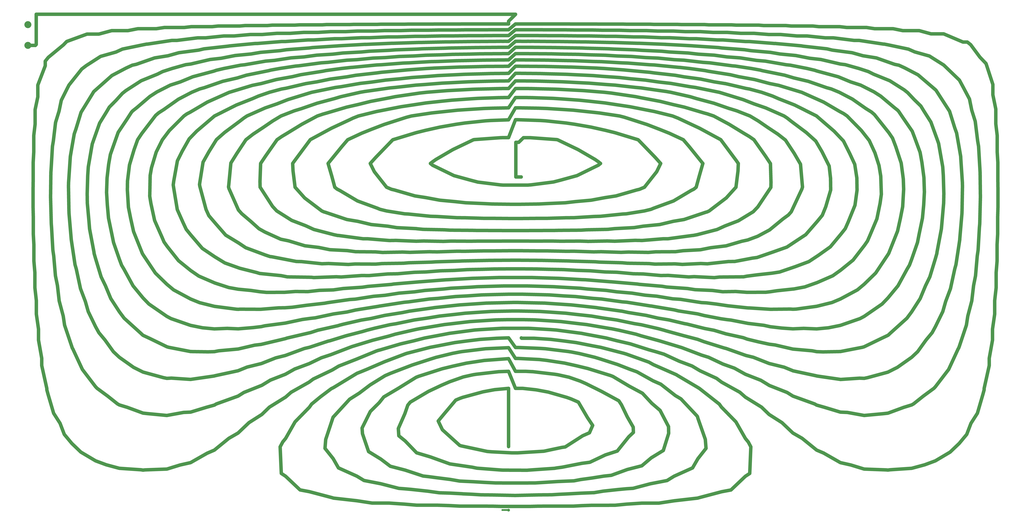
<source format=gbr>
%TF.GenerationSoftware,KiCad,Pcbnew,7.0.1-3b83917a11~172~ubuntu22.04.1*%
%TF.CreationDate,2023-12-10T15:59:10-05:00*%
%TF.ProjectId,coil_template_second,636f696c-5f74-4656-9d70-6c6174655f73,rev?*%
%TF.SameCoordinates,Original*%
%TF.FileFunction,Copper,L1,Top*%
%TF.FilePolarity,Positive*%
%FSLAX46Y46*%
G04 Gerber Fmt 4.6, Leading zero omitted, Abs format (unit mm)*
G04 Created by KiCad (PCBNEW 7.0.1-3b83917a11~172~ubuntu22.04.1) date 2023-12-10 15:59:10*
%MOMM*%
%LPD*%
G01*
G04 APERTURE LIST*
%TA.AperFunction,ComponentPad*%
%ADD10C,10.160000*%
%TD*%
%TA.AperFunction,SMDPad,CuDef*%
%ADD11R,5.000000X2.500000*%
%TD*%
%TA.AperFunction,ViaPad*%
%ADD12C,4.000000*%
%TD*%
%TA.AperFunction,Conductor*%
%ADD13C,5.000000*%
%TD*%
%TA.AperFunction,Conductor*%
%ADD14C,2.500000*%
%TD*%
G04 APERTURE END LIST*
D10*
%TO.P,J1,1,Pin_1*%
%TO.N,Net-(J1-Pin_1)*%
X45240000Y-75240000D03*
%TO.P,J1,2,Pin_2*%
X45240000Y-45270000D03*
%TD*%
D11*
%TO.P,P1,1,Pin_1*%
%TO.N,Net-(J1-Pin_1)*%
X732343547Y-747375595D03*
%TD*%
D12*
%TO.N,Net-(J1-Pin_1)*%
X758432553Y-498417197D03*
X740030888Y-655490069D03*
X758288337Y-265574402D03*
X740032051Y-747568972D03*
%TD*%
D13*
%TO.N,Net-(J1-Pin_1)*%
X840920000Y-591251900D02*
X854370000Y-614160000D01*
X1072290000Y-120394000D02*
X1095840000Y-124630000D01*
X1025860000Y-447651800D02*
X1018880000Y-447340000D01*
X1116930000Y-507554800D02*
X1101810000Y-504220000D01*
X706740000Y-514075400D02*
X740000000Y-512480000D01*
X661150000Y-400722100D02*
X641940000Y-401270000D01*
X669880000Y-518579600D02*
X672550000Y-518230000D01*
X750000000Y-512271000D02*
X754860000Y-512270000D01*
X1108730000Y-46492500D02*
X1140720000Y-46490000D01*
X137540000Y-221857200D02*
X138270000Y-217690000D01*
X383380000Y-566944400D02*
X357370000Y-577290000D01*
X1001340000Y-65550900D02*
X1011440000Y-65550000D01*
X349160000Y-485219800D02*
X333330000Y-484590000D01*
X956020000Y-469732800D02*
X938960000Y-465790000D01*
X987600000Y-107044700D02*
X1001790000Y-108680000D01*
X659350000Y-88200600D02*
X683100000Y-87800000D01*
X750000000Y-52568400D02*
X757220000Y-52570000D01*
X492080000Y-283035400D02*
X488810000Y-280360000D01*
X905240000Y-319117800D02*
X872780000Y-322450000D01*
X106510000Y-235976200D02*
X108390000Y-224990000D01*
X228400000Y-93311900D02*
X247860000Y-90160000D01*
X834480000Y-324443000D02*
X823240000Y-324530000D01*
X856190000Y-129822000D02*
X881670000Y-131890000D01*
X776880000Y-498853400D02*
X801060000Y-500500000D01*
X865010000Y-240247500D02*
X869770000Y-243530000D01*
X1224320000Y-173842800D02*
X1229190000Y-177250000D01*
X626660000Y-512010000D02*
X637880000Y-509910000D01*
X1326970000Y-84624200D02*
X1348300000Y-90660000D01*
X1420560000Y-338762100D02*
X1418710000Y-371280000D01*
X440560000Y-166701000D02*
X463280000Y-158880000D01*
X1085030000Y-500118900D02*
X1079280000Y-498080000D01*
X1022800000Y-466055100D02*
X1013050000Y-463600000D01*
X197980000Y-540928700D02*
X177350000Y-526380000D01*
X1367510000Y-250898300D02*
X1368360000Y-263480000D01*
X417710000Y-584004200D02*
X394310000Y-598500000D01*
X818490000Y-502624900D02*
X837820000Y-505180000D01*
X637890000Y-441215400D02*
X625960000Y-442110000D01*
X827460000Y-518232100D02*
X830120000Y-518580000D01*
X1334870000Y-230097600D02*
X1337480000Y-244710000D01*
X981020000Y-118513600D02*
X993560000Y-120680000D01*
X1037130000Y-487376500D02*
X1023390000Y-484770000D01*
X611180000Y-485062900D02*
X605000000Y-486350000D01*
X740000000Y-655605170D02*
X740004143Y-655609313D01*
X838140000Y-538675400D02*
X854540000Y-542630000D01*
X698940000Y-500507600D02*
X723120000Y-498860000D01*
X997750000Y-478307200D02*
X994220000Y-477760000D01*
X993590000Y-96629300D02*
X1021000000Y-99780000D01*
X811640000Y-138711100D02*
X847220000Y-140590000D01*
X824100000Y-584391300D02*
X830280000Y-586570000D01*
X486810000Y-612576500D02*
X510240000Y-587150000D01*
X893890000Y-201538200D02*
X927190000Y-211690000D01*
X1264560000Y-171685800D02*
X1268800000Y-175260000D01*
X444720000Y-513672500D02*
X417380000Y-523780000D01*
X656750000Y-358378500D02*
X645820000Y-358730000D01*
X599070000Y-717465300D02*
X589490000Y-716640000D01*
X181850000Y-80519400D02*
X211710000Y-74340000D01*
X721330000Y-708185600D02*
X704440000Y-707350000D01*
X1163950000Y-283160900D02*
X1148620000Y-315890000D01*
X57390000Y-463902100D02*
X57390000Y-444430000D01*
X555060000Y-737297100D02*
X542840000Y-737300000D01*
X349560000Y-457005300D02*
X346950000Y-456900000D01*
X204160000Y-51107700D02*
X230840000Y-51110000D01*
X845800000Y-679848700D02*
X817440000Y-685420000D01*
X647170000Y-479048500D02*
X612840000Y-484830000D01*
X411480000Y-694414200D02*
X411180000Y-687080000D01*
X1118500000Y-246252600D02*
X1119280000Y-273160000D01*
X211690000Y-689598700D02*
X208710000Y-689120000D01*
X1084610000Y-454864300D02*
X1056800000Y-451930000D01*
X505950000Y-164501800D02*
X522950000Y-160610000D01*
X813100000Y-724610600D02*
X802350000Y-725320000D01*
X780010000Y-435620900D02*
X759700000Y-435160000D01*
X251040000Y-132735700D02*
X265540000Y-128040000D01*
X1002670000Y-149489200D02*
X1011640000Y-152150000D01*
X954100000Y-437987600D02*
X937360000Y-436560000D01*
X481640000Y-370760700D02*
X465590000Y-367490000D01*
X1396010000Y-273974800D02*
X1396070000Y-279390000D01*
X1017270000Y-370856500D02*
X992150000Y-372210000D01*
X1101810000Y-504217000D02*
X1085030000Y-500120000D01*
X302150000Y-64315200D02*
X328510000Y-61590000D01*
X283520000Y-120613300D02*
X313960000Y-112430000D01*
X1333190000Y-349499700D02*
X1331040000Y-360370000D01*
X678390000Y-52680000D02*
X703270000Y-52680000D01*
X745780000Y-459395900D02*
X715190000Y-460110000D01*
X669260000Y-653811800D02*
X644340000Y-631210000D01*
X1403740000Y-466757900D02*
X1401780000Y-479890000D01*
X293740000Y-273450400D02*
X298400000Y-244120000D01*
X202680000Y-165215400D02*
X221520000Y-149110000D01*
X859110000Y-193411100D02*
X880280000Y-198150000D01*
X606950000Y-340345000D02*
X578360000Y-338830000D01*
X929180000Y-420917900D02*
X925950000Y-420410000D01*
X484450000Y-264419000D02*
X479150000Y-246030000D01*
X1182350000Y-593918000D02*
X1150960000Y-582540000D01*
X1339490000Y-582551000D02*
X1325340000Y-593770000D01*
X1135230000Y-620980300D02*
X1116620000Y-609130000D01*
X417400000Y-550926100D02*
X395310000Y-559630000D01*
X510240000Y-587150100D02*
X524290000Y-578240000D01*
X977050000Y-160608000D02*
X994050000Y-164500000D01*
X950180000Y-103533000D02*
X985670000Y-106940000D01*
X833710000Y-168957900D02*
X865440000Y-172300000D01*
X570770000Y-283381000D02*
X563590000Y-280360000D01*
X1054370000Y-513585700D02*
X1052440000Y-513160000D01*
X1244240000Y-428852600D02*
X1219640000Y-442110000D01*
X704280000Y-372446300D02*
X677020000Y-373080000D01*
X816900000Y-87797200D02*
X840650000Y-88200000D01*
X625960000Y-442110400D02*
X595560000Y-446240000D01*
X1151850000Y-427636300D02*
X1127930000Y-430150000D01*
X395310000Y-559634000D02*
X383380000Y-566940000D01*
X476820000Y-45110200D02*
X510400000Y-45110000D01*
X1006950000Y-350159500D02*
X1005660000Y-350230000D01*
X159570000Y-267263800D02*
X161910000Y-247340000D01*
X1354840000Y-571267800D02*
X1339490000Y-582550000D01*
X958380000Y-502670300D02*
X931520000Y-495340000D01*
X563590000Y-280362700D02*
X545920000Y-257960000D01*
X390040000Y-432515800D02*
X380480000Y-431570000D01*
X409830000Y-82853400D02*
X418820000Y-81480000D01*
X949410000Y-537111800D02*
X982590000Y-551600000D01*
X102820000Y-69003700D02*
X130670000Y-58840000D01*
X262750000Y-153125900D02*
X282020000Y-143010000D01*
X712310000Y-105614300D02*
X740000000Y-105400000D01*
X85030000Y-408583100D02*
X82560000Y-380000000D01*
X1277950000Y-264358700D02*
X1278790000Y-290590000D01*
X664620000Y-97379700D02*
X677730000Y-97160000D01*
X777410000Y-60947400D02*
X801580000Y-61130000D01*
X1018880000Y-447339500D02*
X988660000Y-442590000D01*
X689280000Y-211687700D02*
X690710000Y-211480000D01*
X618960000Y-62117100D02*
X644020000Y-61520000D01*
X412030000Y-69652300D02*
X417410000Y-69650000D01*
X979270000Y-733983500D02*
X957280000Y-737370000D01*
X1013610000Y-673122900D02*
X1005960000Y-686440000D01*
X344760000Y-89884400D02*
X367620000Y-87680000D01*
X1085640000Y-356751800D02*
X1076980000Y-358600000D01*
X417710000Y-643786400D02*
X431410000Y-619810000D01*
X366740000Y-59478500D02*
X383810000Y-59480000D01*
X865860000Y-44303300D02*
X870870000Y-44420000D01*
X1082290000Y-584032600D02*
X1074370000Y-577050000D01*
X795670000Y-166508400D02*
X823660000Y-168240000D01*
X528870000Y-489170400D02*
X504950000Y-495360000D01*
X1129320000Y-203677800D02*
X1140200000Y-212220000D01*
X506210000Y-327102700D02*
X474970000Y-316590000D01*
X738570000Y-471948700D02*
X722200000Y-472330000D01*
X797230000Y-576690400D02*
X824100000Y-584390000D01*
X1001740000Y-134918900D02*
X1010360000Y-136090000D01*
X750000000Y-150624500D02*
X765350000Y-150620000D01*
X696150000Y-358296800D02*
X685370000Y-358550000D01*
X773560000Y-411024400D02*
X765850000Y-410970000D01*
X335530000Y-277228900D02*
X338560000Y-245370000D01*
X655880000Y-722938100D02*
X639840000Y-722410000D01*
X280390000Y-102190000D02*
X308630000Y-95650000D01*
X209700000Y-202790000D02*
X229890000Y-176480000D01*
X484030000Y-195001800D02*
X510210000Y-182790000D01*
X640130000Y-466777600D02*
X621400000Y-469930000D01*
X795590000Y-325396300D02*
X783290000Y-325410000D01*
X465590000Y-367492300D02*
X445640000Y-365120000D01*
X1310590000Y-268535600D02*
X1311060000Y-283380000D01*
X1362240000Y-220614600D02*
X1367510000Y-250900000D01*
X703270000Y-52680000D02*
X717770000Y-52570000D01*
X450170000Y-67381300D02*
X458160000Y-67380000D01*
X1365580000Y-340769600D02*
X1359370000Y-373910000D01*
X315830000Y-176858200D02*
X316590000Y-176520000D01*
X520890000Y-74337600D02*
X532710000Y-73730000D01*
X103160000Y-135430600D02*
X104610000Y-132640000D01*
X590930000Y-110925100D02*
X593360000Y-110660000D01*
X292310000Y-408928000D02*
X280620000Y-400950000D01*
X952680000Y-373869800D02*
X942240000Y-374700000D01*
X752840000Y-447097600D02*
X747160000Y-447100000D01*
X814620000Y-152506900D02*
X842040000Y-154460000D01*
X827960000Y-450426200D02*
X791760000Y-448020000D01*
X708240000Y-448019300D02*
X672040000Y-450430000D01*
X474410000Y-448183800D02*
X447760000Y-451240000D01*
X246030000Y-556843400D02*
X240770000Y-555800000D01*
X625990000Y-98784000D02*
X637520000Y-98480000D01*
X844100000Y-703245800D02*
X834500000Y-705130000D01*
X846190000Y-70122900D02*
X851030000Y-70120000D01*
X1302280000Y-343858300D02*
X1290210000Y-374190000D01*
X408910000Y-108675000D02*
X432380000Y-105090000D01*
X989570000Y-512166900D02*
X958380000Y-502670000D01*
X143010000Y-568964700D02*
X123950000Y-544010000D01*
X944090000Y-114125600D02*
X950910000Y-115090000D01*
X999570000Y-86214000D02*
X1014170000Y-87890000D01*
X555910000Y-114125900D02*
X590930000Y-110930000D01*
X1088580000Y-694446100D02*
X1082290000Y-698560000D01*
X783100000Y-662826200D02*
X753130000Y-664680000D01*
X577240000Y-357290000D02*
X567660000Y-357470000D01*
X1253970000Y-610559500D02*
X1229680000Y-606180000D01*
X650920000Y-679156000D02*
X626900000Y-670500000D01*
X486620000Y-428931200D02*
X466640000Y-429540000D01*
X920410000Y-635130100D02*
X913760000Y-641400000D01*
X750000000Y-60947400D02*
X762030000Y-60950000D01*
X567660000Y-357472300D02*
X536470000Y-354990000D01*
X1045400000Y-210938400D02*
X1046060000Y-211290000D01*
X869790000Y-248558900D02*
X865760000Y-250510000D01*
X1371760000Y-445680600D02*
X1367610000Y-460270000D01*
X1146730000Y-74337600D02*
X1163250000Y-75930000D01*
X107780000Y-355042200D02*
X104640000Y-318430000D01*
X1044340000Y-143012600D02*
X1045630000Y-143360000D01*
X293730000Y-279093100D02*
X293320000Y-276440000D01*
X836660000Y-438524300D02*
X820610000Y-437630000D01*
X1430140000Y-101469900D02*
X1431450000Y-105490000D01*
X669400000Y-585895600D02*
X669400000Y-585900000D01*
X246030000Y-688106600D02*
X214300000Y-689340000D01*
X770780000Y-484549500D02*
X768640000Y-484500000D01*
X1175390000Y-93873400D02*
X1191370000Y-95650000D01*
X1017860000Y-390738400D02*
X991140000Y-392060000D01*
X936400000Y-280362700D02*
X929230000Y-283370000D01*
X1289540000Y-375980500D02*
X1288310000Y-378020000D01*
X516100000Y-44819200D02*
X550010000Y-44820000D01*
X1396870000Y-70409000D02*
X1403080000Y-70410000D01*
X1068470000Y-240945200D02*
X1072070000Y-246030000D01*
X875960000Y-53270300D02*
X900160000Y-53270000D01*
X587700000Y-100809700D02*
X596930000Y-100480000D01*
X289220000Y-199258200D02*
X314990000Y-177350000D01*
X507490000Y-211687700D02*
X527660000Y-202290000D01*
X518900000Y-373675300D02*
X506840000Y-372070000D01*
X714280000Y-183831400D02*
X740000000Y-182950000D01*
X1029010000Y-526405700D02*
X1018970000Y-523270000D01*
X1421230000Y-92133000D02*
X1430140000Y-101470000D01*
X1045630000Y-143359900D02*
X1046130000Y-143530000D01*
X240770000Y-555795400D02*
X211690000Y-547850000D01*
X210880000Y-494074900D02*
X208590000Y-491830000D01*
X394390000Y-143012600D02*
X412030000Y-138320000D01*
X78410000Y-259284500D02*
X78740000Y-254420000D01*
X1104640000Y-559658600D02*
X1082290000Y-550950000D01*
X1281920000Y-73335500D02*
X1283080000Y-73340000D01*
X878140000Y-469862000D02*
X859880000Y-466770000D01*
X772600000Y-69326300D02*
X806440000Y-69590000D01*
X351420000Y-47197300D02*
X359280000Y-46490000D01*
X211690000Y-607207700D02*
X188840000Y-598820000D01*
X764440000Y-358231600D02*
X735560000Y-358230000D01*
X793740000Y-116151800D02*
X824100000Y-117020000D01*
X862890000Y-373897700D02*
X834850000Y-373000000D01*
X654980000Y-740941300D02*
X637130000Y-740350000D01*
X643970000Y-155936400D02*
X657960000Y-154460000D01*
X1008330000Y-409772400D02*
X1000390000Y-410170000D01*
X553020000Y-591982700D02*
X559570000Y-583830000D01*
X836630000Y-301230700D02*
X822080000Y-302850000D01*
X1440000000Y-146700200D02*
X1444280000Y-167360000D01*
X1392160000Y-356035100D02*
X1391320000Y-361770000D01*
X1025380000Y-658146600D02*
X1013610000Y-673120000D01*
X500970000Y-426927800D02*
X486620000Y-428930000D01*
D14*
X732343547Y-747375595D02*
X738944654Y-747375595D01*
D13*
X496500000Y-285384300D02*
X492080000Y-283040000D01*
X541640000Y-196746300D02*
X541640000Y-196750000D01*
X1240340000Y-247293500D02*
X1243460000Y-267100000D01*
X877940000Y-698273400D02*
X860330000Y-701100000D01*
X1233000000Y-231334600D02*
X1240340000Y-247290000D01*
X610010000Y-553950000D02*
X612390000Y-553180000D01*
X881040000Y-62117200D02*
X895070000Y-62120000D01*
X268010000Y-228763000D02*
X278270000Y-210480000D01*
X160000000Y-306145500D02*
X158940000Y-287860000D01*
X1288310000Y-494642200D02*
X1278460000Y-499270000D01*
X833600000Y-741712900D02*
X813770000Y-741720000D01*
X778250000Y-708205900D02*
X758850000Y-708230000D01*
X862480000Y-98483700D02*
X874010000Y-98780000D01*
X514330000Y-106938300D02*
X549820000Y-103530000D01*
X938960000Y-465794000D02*
X913020000Y-461650000D01*
X253550000Y-108675000D02*
X273470000Y-103100000D01*
X1447200000Y-244576300D02*
X1447200000Y-269310000D01*
X810710000Y-211687700D02*
X840430000Y-225930000D01*
X1309730000Y-179350900D02*
X1323410000Y-199300000D01*
X634560000Y-172304100D02*
X666290000Y-168960000D01*
X740000000Y-115693800D02*
X750000000Y-105330000D01*
X644030000Y-542973200D02*
X659690000Y-539160000D01*
X806620000Y-687023900D02*
X768520000Y-689670000D01*
X242020000Y-359601800D02*
X238900000Y-352450000D01*
X664140000Y-464187400D02*
X640130000Y-466780000D01*
X571240000Y-72151100D02*
X573760000Y-72150000D01*
X806610000Y-138567400D02*
X811640000Y-138710000D01*
X981170000Y-373670300D02*
X952680000Y-373870000D01*
X305600000Y-518557800D02*
X280360000Y-518100000D01*
X72580000Y-573512200D02*
X72580000Y-571490000D01*
X458450000Y-411074000D02*
X454780000Y-410680000D01*
X369950000Y-152290600D02*
X378450000Y-148530000D01*
X1072070000Y-246025100D02*
X1071640000Y-256610000D01*
X104520000Y-313727300D02*
X103920000Y-279400000D01*
X1339990000Y-306151400D02*
X1338260000Y-325080000D01*
X55670000Y-168216700D02*
X59520000Y-149760000D01*
X1036720000Y-158881300D02*
X1059440000Y-166700000D01*
X621770000Y-143012600D02*
X650070000Y-140720000D01*
X662180000Y-505177000D02*
X681510000Y-502630000D01*
X74340000Y-579963400D02*
X72580000Y-573510000D01*
X893500000Y-358516500D02*
X882800000Y-358180000D01*
X836300000Y-52909800D02*
X860920000Y-52910000D01*
X879410000Y-295411000D02*
X859410000Y-299170000D01*
X1093680000Y-315861700D02*
X1072180000Y-328940000D01*
X576180000Y-149418200D02*
X611250000Y-144210000D01*
X1105660000Y-598518000D02*
X1082290000Y-584030000D01*
X676760000Y-324532200D02*
X665510000Y-324450000D01*
X1184200000Y-176816000D02*
X1185110000Y-177350000D01*
X214300000Y-689335700D02*
X211690000Y-689600000D01*
X694630000Y-424323800D02*
X686730000Y-424850000D01*
X865530000Y-388257600D02*
X831130000Y-387280000D01*
X1049240000Y-431542800D02*
X1034710000Y-429740000D01*
X661020000Y-263595800D02*
X634250000Y-250520000D01*
X1392220000Y-355043500D02*
X1392160000Y-356040000D01*
X1086520000Y-648957900D02*
X1090180000Y-655920000D01*
X221350000Y-293453900D02*
X221890000Y-263360000D01*
X1248960000Y-132731100D02*
X1268180000Y-142460000D01*
X1198450000Y-308601500D02*
X1193450000Y-321020000D01*
X1120710000Y-404700400D02*
X1099400000Y-407080000D01*
X886320000Y-484718400D02*
X852830000Y-479040000D01*
X540640000Y-156215500D02*
X567870000Y-151080000D01*
X280360000Y-518099700D02*
X248470000Y-511930000D01*
X693560000Y-69586700D02*
X727400000Y-69330000D01*
X1169490000Y-349002200D02*
X1157680000Y-356780000D01*
X378450000Y-148532000D02*
X394390000Y-143010000D01*
X1322650000Y-687004700D02*
X1291340000Y-689100000D01*
X72580000Y-571487800D02*
X65230000Y-538290000D01*
X784820000Y-460108900D02*
X754220000Y-459400000D01*
X740000000Y-44190000D02*
X740000000Y-40357377D01*
X101250000Y-69645500D02*
X102820000Y-69000000D01*
X494430000Y-539166700D02*
X485140000Y-544810000D01*
X624040000Y-53270300D02*
X639080000Y-52910000D01*
X82560000Y-380000000D02*
X81290000Y-371280000D01*
X172290000Y-155070600D02*
X172290000Y-155070000D01*
X280360000Y-442087100D02*
X255780000Y-428840000D01*
X740000000Y-512484300D02*
X750000000Y-528090000D01*
X412060000Y-207059200D02*
X420150000Y-202240000D01*
X669370000Y-741721200D02*
X654980000Y-740940000D01*
X743600000Y-372230700D02*
X716830000Y-372460000D01*
X879180000Y-158460000D02*
X898620000Y-161400000D01*
X599700000Y-121698500D02*
X625210000Y-119920000D01*
X1306310000Y-325493900D02*
X1302280000Y-343860000D01*
X749730000Y-742096200D02*
X728970000Y-742100000D01*
X1018970000Y-523274300D02*
X989780000Y-512220000D01*
X202680000Y-165215400D02*
X202680000Y-165220000D01*
X1011200000Y-280362700D02*
X1007930000Y-283040000D01*
X1247320000Y-556599100D02*
X1219640000Y-558450000D01*
X107840000Y-356036300D02*
X107780000Y-355040000D01*
X925210000Y-284349200D02*
X895300000Y-292970000D01*
X559570000Y-583832700D02*
X580180000Y-571580000D01*
X944580000Y-44593000D02*
X949990000Y-44820000D01*
X780690000Y-398610700D02*
X758660000Y-398450000D01*
X948890000Y-560448900D02*
X960040000Y-565320000D01*
X1246700000Y-67997100D02*
X1281920000Y-73340000D01*
X1442610000Y-444430700D02*
X1442610000Y-463900000D01*
X894270000Y-417712800D02*
X888360000Y-417190000D01*
X211710000Y-74337600D02*
X216920000Y-73320000D01*
X317750000Y-211556400D02*
X329710000Y-201030000D01*
X712950000Y-447880300D02*
X708240000Y-448020000D01*
X113330000Y-392327100D02*
X108680000Y-361790000D01*
X1205370000Y-267545100D02*
X1205570000Y-284450000D01*
X541310000Y-470287600D02*
X527240000Y-472590000D01*
X606490000Y-358532200D02*
X577240000Y-357290000D01*
X801940000Y-473806500D02*
X777800000Y-472330000D01*
X804860000Y-272860400D02*
X771640000Y-277020000D01*
X1058720000Y-189251200D02*
X1079840000Y-202220000D01*
X653430000Y-414152700D02*
X649410000Y-414270000D01*
X584310000Y-53779000D02*
X599840000Y-53270000D01*
X454590000Y-210949400D02*
X454590000Y-210950000D01*
X936120000Y-314700100D02*
X910160000Y-318860000D01*
X1125800000Y-72462300D02*
X1146730000Y-74340000D01*
X1049840000Y-536232200D02*
X1029010000Y-526410000D01*
X454110000Y-490599200D02*
X419610000Y-498610000D01*
X801650000Y-87431800D02*
X816900000Y-87800000D01*
X704410000Y-325399800D02*
X676760000Y-324530000D01*
X688100000Y-69586700D02*
X693560000Y-69590000D01*
X304570000Y-157264400D02*
X335610000Y-143410000D01*
X128240000Y-445683900D02*
X121270000Y-427210000D01*
X229420000Y-404536100D02*
X211690000Y-378020000D01*
X1249830000Y-198251400D02*
X1261330000Y-212900000D01*
X944940000Y-737369800D02*
X932600000Y-737360000D01*
X1063310000Y-104763200D02*
X1067620000Y-105090000D01*
X1068570000Y-619825000D02*
X1082290000Y-643800000D01*
X1100900000Y-184494400D02*
X1114460000Y-193830000D01*
X188840000Y-598822500D02*
X177350000Y-595280000D01*
X1094680000Y-211687700D02*
X1111220000Y-235200000D01*
X705590000Y-460700200D02*
X677190000Y-462640000D01*
X1291340000Y-689096500D02*
X1288310000Y-689580000D01*
X1278460000Y-499268000D02*
X1253970000Y-511200000D01*
X1179760000Y-47196800D02*
X1188540000Y-48100000D01*
X615260000Y-80113100D02*
X648570000Y-79250000D01*
X606110000Y-201537800D02*
X619720000Y-198150000D01*
X229890000Y-176480700D02*
X234300000Y-172710000D01*
D14*
X739494746Y-747925687D02*
X739675336Y-747925687D01*
D13*
X754230000Y-528092100D02*
X784320000Y-529660000D01*
X1444280000Y-167363500D02*
X1444280000Y-188750000D01*
X197940000Y-344574000D02*
X193820000Y-325880000D01*
X1164380000Y-143383300D02*
X1195440000Y-157240000D01*
X280620000Y-400947100D02*
X262910000Y-386640000D01*
X538940000Y-64095800D02*
X565970000Y-62970000D01*
X874010000Y-98784000D02*
X903070000Y-100480000D01*
X535420000Y-487181500D02*
X528870000Y-489170000D01*
X1024350000Y-645221900D02*
X1025380000Y-658150000D01*
X654480000Y-491774300D02*
X647520000Y-493130000D01*
X147720000Y-58837600D02*
X166320000Y-53900000D01*
X689100000Y-706389500D02*
X669300000Y-705440000D01*
X796730000Y-52680000D02*
X821610000Y-52680000D01*
X992150000Y-372211600D02*
X981170000Y-373670000D01*
X1053040000Y-130456700D02*
X1081960000Y-137230000D01*
X861360000Y-509793600D02*
X873170000Y-512000000D01*
X596930000Y-100482000D02*
X625990000Y-98780000D01*
X704440000Y-707352900D02*
X689100000Y-706390000D01*
X1199840000Y-136447300D02*
X1206370000Y-138210000D01*
X811900000Y-69586700D02*
X846190000Y-70120000D01*
X1352200000Y-490863500D02*
X1343400000Y-501420000D01*
X486600000Y-612749800D02*
X486810000Y-612580000D01*
X589430000Y-738855100D02*
X567290000Y-737300000D01*
X521620000Y-300277600D02*
X496500000Y-285380000D01*
X888400000Y-697147200D02*
X877940000Y-698270000D01*
X425600000Y-93283500D02*
X444080000Y-91900000D01*
X559870000Y-189701000D02*
X590890000Y-179680000D01*
X265540000Y-128043600D02*
X283520000Y-120610000D01*
X1030850000Y-100421900D02*
X1063310000Y-104760000D01*
X1150960000Y-514508700D02*
X1125020000Y-508510000D01*
X486320000Y-613136100D02*
X486320000Y-613140000D01*
X521970000Y-329741500D02*
X506210000Y-327100000D01*
X932130000Y-151076000D02*
X959360000Y-156210000D01*
X682130000Y-127865500D02*
X699820000Y-127360000D01*
X1022290000Y-503808700D02*
X1013500000Y-500480000D01*
X420840000Y-153671000D02*
X453870000Y-143540000D01*
X605000000Y-486347100D02*
X576310000Y-492980000D01*
X1358980000Y-376425100D02*
X1356990000Y-383540000D01*
X1366500000Y-330366800D02*
X1365580000Y-340770000D01*
X886120000Y-70964000D02*
X889990000Y-70960000D01*
X796420000Y-96537700D02*
X822270000Y-97160000D01*
X1446990000Y-323580900D02*
X1446990000Y-348090000D01*
X1425660000Y-579995800D02*
X1417630000Y-607330000D01*
X762390000Y-87110300D02*
X777130000Y-87230000D01*
X299770000Y-80226700D02*
X334680000Y-76350000D01*
X463640000Y-177350100D02*
X472200000Y-174410000D01*
X1117470000Y-130380700D02*
X1130460000Y-133020000D01*
X1132380000Y-87673000D02*
X1155240000Y-89880000D01*
X621400000Y-469933000D02*
X603890000Y-472370000D01*
X570630000Y-420967200D02*
X536570000Y-423830000D01*
X811160000Y-551595100D02*
X827210000Y-555160000D01*
X942950000Y-390821600D02*
X911760000Y-390310000D01*
X1163530000Y-143012600D02*
X1164050000Y-143220000D01*
X518980000Y-118514200D02*
X549090000Y-115090000D01*
X791870000Y-44226700D02*
X826460000Y-44230000D01*
X1140200000Y-212217800D02*
X1152790000Y-231360000D01*
X750000000Y-546705400D02*
X764920000Y-546700000D01*
X729220000Y-484551700D02*
X699240000Y-486390000D01*
X1224070000Y-213446100D02*
X1233000000Y-231330000D01*
X708810000Y-105643600D02*
X712310000Y-105610000D01*
X548020000Y-391653900D02*
X517960000Y-391440000D01*
X549820000Y-103533200D02*
X555890000Y-103260000D01*
X1119280000Y-273163100D02*
X1119130000Y-280640000D01*
X134410000Y-340771700D02*
X133490000Y-330360000D01*
X1302830000Y-423057800D02*
X1288310000Y-440630000D01*
X888360000Y-417185400D02*
X887740000Y-417170000D01*
X834500000Y-705131300D02*
X810580000Y-706170000D01*
X698060000Y-473810700D02*
X684150000Y-474760000D01*
X238900000Y-352452500D02*
X228330000Y-328440000D01*
X537610000Y-662840800D02*
X528820000Y-636940000D01*
X897130000Y-662080500D02*
X879980000Y-667660000D01*
X572600000Y-211869000D02*
X572810000Y-211690000D01*
X1047950000Y-562420400D02*
X1040630000Y-556920000D01*
X569030000Y-684015300D02*
X555450000Y-673720000D01*
X458160000Y-67381300D02*
X488560000Y-65550000D01*
X910600000Y-716591700D02*
X898010000Y-717780000D01*
X822500000Y-724203600D02*
X813100000Y-724610000D01*
X942610000Y-169317900D02*
X950930000Y-170890000D01*
X815850000Y-474755100D02*
X801940000Y-473810000D01*
X653810000Y-70122800D02*
X688100000Y-69590000D01*
X1188540000Y-48104600D02*
X1218680000Y-48100000D01*
X1138190000Y-177350100D02*
X1142720000Y-180350000D01*
X196610000Y-170079600D02*
X202680000Y-165220000D01*
X1116620000Y-609132400D02*
X1105660000Y-598520000D01*
X533820000Y-141679800D02*
X568880000Y-136710000D01*
X677730000Y-97157100D02*
X703580000Y-96540000D01*
X759700000Y-435158400D02*
X740300000Y-435160000D01*
X1439480000Y-501550200D02*
X1434770000Y-527820000D01*
X208590000Y-491830500D02*
X184320000Y-469880000D01*
X1446130000Y-387035100D02*
X1444730000Y-403770000D01*
X369540000Y-133027900D02*
X382530000Y-130390000D01*
X1118400000Y-431582800D02*
X1111750000Y-432320000D01*
X843830000Y-478071800D02*
X815850000Y-474760000D01*
X525620000Y-143012600D02*
X532380000Y-141840000D01*
X1193240000Y-229313100D02*
X1203400000Y-249670000D01*
X387780000Y-345185500D02*
X379180000Y-340380000D01*
X1056120000Y-56428400D02*
X1075770000Y-57790000D01*
X438610000Y-718275000D02*
X417710000Y-698490000D01*
X611650000Y-417205400D02*
X605970000Y-417710000D01*
X1341020000Y-287217900D02*
X1339990000Y-306150000D01*
X703580000Y-96537700D02*
X717590000Y-96420000D01*
X1090170000Y-82851300D02*
X1118450000Y-85260000D01*
X451730000Y-535664900D02*
X431240000Y-543210000D01*
X937360000Y-436562900D02*
X918390000Y-433580000D01*
X1391320000Y-651005800D02*
X1378220000Y-663580000D01*
X576310000Y-492984300D02*
X566380000Y-495910000D01*
X315480000Y-418950700D02*
X292310000Y-408930000D01*
X1055870000Y-471981600D02*
X1047110000Y-470670000D01*
X1205570000Y-284447400D02*
X1198450000Y-308600000D01*
X131110000Y-303227900D02*
X130860000Y-289410000D01*
X280360000Y-558425900D02*
X252640000Y-556580000D01*
X1206370000Y-138205000D02*
X1218010000Y-143010000D01*
X522950000Y-160609700D02*
X540640000Y-156220000D01*
X456480000Y-78362200D02*
X492650000Y-76010000D01*
X115120000Y-398701900D02*
X113330000Y-392330000D01*
X916270000Y-123469200D02*
X937610000Y-125420000D01*
X450120000Y-431423600D02*
X431640000Y-431250000D01*
X1013010000Y-612288700D02*
X1013610000Y-614580000D01*
X1148580000Y-47196800D02*
X1179760000Y-47200000D01*
X108680000Y-361786000D02*
X107840000Y-356040000D01*
X992520000Y-211687700D02*
X1000840000Y-221340000D01*
X668640000Y-44303300D02*
X673540000Y-44230000D01*
X855980000Y-61516300D02*
X881040000Y-62120000D01*
X750453121Y-215456616D02*
X750453121Y-265574249D01*
X1000390000Y-410166200D02*
X970990000Y-407980000D01*
X1152290000Y-122326400D02*
X1173260000Y-127180000D01*
X923480000Y-136013300D02*
X931120000Y-136710000D01*
X181800000Y-144648200D02*
X186770000Y-140660000D01*
X1312550000Y-107700800D02*
X1331810000Y-117780000D01*
X971390000Y-636516600D02*
X963640000Y-661190000D01*
X863070000Y-722276200D02*
X844390000Y-722960000D01*
X1269590000Y-230781400D02*
X1275460000Y-248990000D01*
X772780000Y-137690000D02*
X806610000Y-138570000D01*
X909070000Y-110925100D02*
X944090000Y-114130000D01*
X431530000Y-240957700D02*
X453300000Y-211690000D01*
X765350000Y-150624600D02*
X774200000Y-150800000D01*
X499160000Y-221350900D02*
X507490000Y-211690000D01*
X331170000Y-349689200D02*
X315530000Y-331850000D01*
X246650000Y-366139200D02*
X242020000Y-359600000D01*
X520730000Y-733903100D02*
X486720000Y-730090000D01*
X1219640000Y-442109500D02*
X1207480000Y-447190000D01*
X923820000Y-149417900D02*
X932130000Y-151080000D01*
X1240680000Y-306404000D02*
X1230800000Y-330900000D01*
X1164360000Y-643691400D02*
X1150960000Y-636000000D01*
X60520000Y-501548700D02*
X60520000Y-485670000D01*
X555060000Y-709271200D02*
X531040000Y-704630000D01*
X679390000Y-437642700D02*
X663350000Y-438530000D01*
X1005550000Y-75798600D02*
X1007350000Y-76010000D01*
X606400000Y-555335800D02*
X610010000Y-553950000D01*
X404860000Y-314610500D02*
X398760000Y-308080000D01*
X1013500000Y-500479700D02*
X992810000Y-495070000D01*
X1012700000Y-348998800D02*
X1006950000Y-350160000D01*
X914330000Y-568169300D02*
X933580000Y-578490000D01*
X551730000Y-516423600D02*
X549070000Y-517230000D01*
D14*
X738944654Y-747375595D02*
X739494746Y-747925687D01*
D13*
X451470000Y-79032200D02*
X456480000Y-78360000D01*
X634140000Y-44303300D02*
X668640000Y-44300000D01*
X932570000Y-683361500D02*
X911690000Y-688750000D01*
X1116190000Y-59477400D02*
X1133260000Y-59480000D01*
X453940000Y-211295300D02*
X454590000Y-210950000D01*
X989680000Y-512197900D02*
X989570000Y-512170000D01*
X96520000Y-74520700D02*
X101250000Y-69650000D01*
X485140000Y-544814700D02*
X457610000Y-557900000D01*
X525680000Y-130178700D02*
X541460000Y-128390000D01*
X527080000Y-84741200D02*
X538410000Y-83650000D01*
X665160000Y-373010100D02*
X637100000Y-373910000D01*
X1258740000Y-358293600D02*
X1253970000Y-365070000D01*
X1322650000Y-526402400D02*
X1302040000Y-540940000D01*
X498220000Y-108675000D02*
X512400000Y-107050000D01*
X346950000Y-456901900D02*
X314860000Y-452760000D01*
X785310000Y-513526400D02*
X793270000Y-514070000D01*
X606040000Y-132741100D02*
X618330000Y-131890000D01*
X838850000Y-400711800D02*
X819570000Y-399590000D01*
X1322650000Y-595303100D02*
X1311090000Y-598860000D01*
X732000000Y-689633200D02*
X729860000Y-689520000D01*
X750000000Y-87110300D02*
X762390000Y-87110000D01*
X496460000Y-479758400D02*
X493170000Y-480770000D01*
X470080000Y-314700100D02*
X445240000Y-295900000D01*
X1446990000Y-348085600D02*
X1446130000Y-363520000D01*
X1013610000Y-730022200D02*
X1013360000Y-730130000D01*
X1322650000Y-460590300D02*
X1315690000Y-469890000D01*
X672040000Y-450434600D02*
X670240000Y-450530000D01*
X768520000Y-689665800D02*
X766880000Y-689770000D01*
X698350000Y-87431800D02*
X722870000Y-87230000D01*
X604930000Y-62117100D02*
X618960000Y-62120000D01*
X1029870000Y-314756500D02*
X1026920000Y-316120000D01*
X129610000Y-104413200D02*
X150270000Y-91130000D01*
X1228690000Y-49332400D02*
X1257420000Y-49330000D01*
X334680000Y-76345800D02*
X336750000Y-75940000D01*
X512400000Y-107045200D02*
X514330000Y-106940000D01*
X961990000Y-423710200D02*
X929180000Y-420920000D01*
X1421930000Y-298535500D02*
X1421040000Y-333180000D01*
X418820000Y-81479100D02*
X451470000Y-79030000D01*
X187070000Y-108046600D02*
X196140000Y-103830000D01*
X649410000Y-414267200D02*
X612250000Y-417190000D01*
X521640000Y-54457500D02*
X544470000Y-54460000D01*
X387670000Y-480868200D02*
X382600000Y-482070000D01*
X104610000Y-132641700D02*
X123030000Y-109430000D01*
X336750000Y-75935400D02*
X353290000Y-74340000D01*
X520160000Y-529121700D02*
X494430000Y-539170000D01*
X985670000Y-459323900D02*
X979460000Y-457840000D01*
X544120000Y-93593900D02*
X561900000Y-92790000D01*
X1208030000Y-82029600D02*
X1236490000Y-85780000D01*
X1178930000Y-516990700D02*
X1150960000Y-514510000D01*
X1236490000Y-85775800D02*
X1252150000Y-90160000D01*
X915690000Y-53779000D02*
X939310000Y-53780000D01*
X727030000Y-423367500D02*
X694630000Y-424320000D01*
X141110000Y-141454600D02*
X166630000Y-118820000D01*
X1434770000Y-538289400D02*
X1427430000Y-571480000D01*
X367620000Y-87676700D02*
X381550000Y-85260000D01*
X958360000Y-196743900D02*
X972340000Y-202290000D01*
X1155410000Y-456721200D02*
X1150960000Y-456900000D01*
X108680000Y-511092300D02*
X98230000Y-479890000D01*
X485830000Y-87893500D02*
X500430000Y-86210000D01*
X304300000Y-665134800D02*
X280360000Y-678820000D01*
X906640000Y-110655800D02*
X909070000Y-110930000D01*
X747160000Y-447097900D02*
X712950000Y-447880000D01*
X624170000Y-575774700D02*
X624170000Y-575770000D01*
X702800000Y-741705200D02*
X686230000Y-741720000D01*
X1444730000Y-403773100D02*
X1444730000Y-425670000D01*
X85190000Y-186758000D02*
X90270000Y-170170000D01*
X870890000Y-172898900D02*
X900270000Y-177350000D01*
X647520000Y-493130400D02*
X618900000Y-498490000D01*
X896420000Y-502467400D02*
X881000000Y-498460000D01*
X398410000Y-45930500D02*
X431040000Y-45930000D01*
X1138920000Y-118288600D02*
X1152290000Y-122330000D01*
X709140000Y-662647300D02*
X672410000Y-654750000D01*
X417410000Y-69652300D02*
X450170000Y-67380000D01*
X712960000Y-44189500D02*
X740000000Y-44190000D01*
X474670000Y-658118900D02*
X475670000Y-645240000D01*
X809030000Y-211450000D02*
X771410000Y-208746700D01*
X779030000Y-126811200D02*
X800180000Y-127360000D01*
X1084420000Y-432452500D02*
X1068450000Y-431270000D01*
X684150000Y-474760500D02*
X656160000Y-478080000D01*
X589200000Y-446781100D02*
X555320000Y-452050000D01*
X198730000Y-225903700D02*
X203790000Y-211670000D01*
X114450000Y-196679000D02*
X121970000Y-172050000D01*
X967290000Y-73734000D02*
X979120000Y-74340000D01*
X817050000Y-656761900D02*
X791060000Y-662270000D01*
X672550000Y-518227400D02*
X706740000Y-514080000D01*
X719990000Y-435623900D02*
X701440000Y-436170000D01*
X860330000Y-701103500D02*
X844100000Y-703250000D01*
X1193450000Y-321022900D02*
X1185930000Y-330140000D01*
X500430000Y-86214400D02*
X527080000Y-84740000D01*
X464150000Y-487287700D02*
X454110000Y-490600000D01*
X957280000Y-737367300D02*
X944940000Y-737370000D01*
X716710000Y-325413500D02*
X704410000Y-325400000D01*
X79440000Y-338761200D02*
X78960000Y-333180000D01*
X1171680000Y-108675000D02*
X1182460000Y-111170000D01*
X1118290000Y-482184100D02*
X1109150000Y-480170000D01*
X1391690000Y-125466500D02*
X1397630000Y-136480000D01*
X906870000Y-520754000D02*
X907400000Y-520880000D01*
X801580000Y-61133400D02*
X816750000Y-61130000D01*
X513420000Y-511010500D02*
X512530000Y-511360000D01*
X887480000Y-144021000D02*
X888750000Y-144210000D01*
X196140000Y-103829600D02*
X201780000Y-102660000D01*
X636240000Y-322667700D02*
X627210000Y-322460000D01*
X1173260000Y-127179900D02*
X1199840000Y-136450000D01*
X1289550000Y-201371300D02*
X1295000000Y-209310000D01*
X577300000Y-477888100D02*
X568550000Y-479280000D01*
X729860000Y-689521300D02*
X694330000Y-686850000D01*
X1350420000Y-186130800D02*
X1359490000Y-211130000D01*
X900160000Y-53270300D02*
X915690000Y-53780000D01*
X468160000Y-583548500D02*
X483790000Y-571750000D01*
X889990000Y-70964000D02*
X926240000Y-72150000D01*
X620820000Y-158459900D02*
X643970000Y-155940000D01*
X854540000Y-542632700D02*
X885240000Y-552110000D01*
X379180000Y-340375200D02*
X367830000Y-330130000D01*
X822970000Y-373072700D02*
X795720000Y-372440000D01*
X603890000Y-472365900D02*
X577300000Y-477890000D01*
X673390000Y-723887000D02*
X655880000Y-722940000D01*
X1331290000Y-518297800D02*
X1322650000Y-526400000D01*
X809030000Y-211453000D02*
X809290000Y-211480000D01*
X737970000Y-60947400D02*
X740000000Y-60950000D01*
X599840000Y-53270300D02*
X624040000Y-53270000D01*
X896070000Y-472350200D02*
X878140000Y-469860000D01*
X552990000Y-452420800D02*
X552470000Y-452540000D01*
X1309780000Y-53892200D02*
X1333600000Y-53890000D01*
X590160000Y-607866000D02*
X594320000Y-595750000D01*
X750000000Y-77999500D02*
X767620000Y-78000000D01*
X1407940000Y-74229200D02*
X1421230000Y-92130000D01*
X643050000Y-88864800D02*
X659350000Y-88200000D01*
X208960000Y-126383500D02*
X232570000Y-116800000D01*
X394310000Y-598501800D02*
X383380000Y-609100000D01*
X351060000Y-185173000D02*
X351060000Y-185170000D01*
X715620000Y-725518000D02*
X700320000Y-725380000D01*
X1219640000Y-518117800D02*
X1194440000Y-518580000D01*
X80690000Y-221149800D02*
X81970000Y-213710000D01*
X475650000Y-111741600D02*
X498220000Y-108680000D01*
X1343400000Y-501417100D02*
X1331290000Y-518300000D01*
X1028340000Y-112552800D02*
X1060420000Y-117610000D01*
X972830000Y-64095700D02*
X1001340000Y-65550000D01*
X994050000Y-164500000D02*
X1023800000Y-173330000D01*
X367830000Y-330132600D02*
X354240000Y-318640000D01*
X1142330000Y-366990400D02*
X1122280000Y-374100000D01*
X688360000Y-138711000D02*
X693390000Y-138570000D01*
X380240000Y-405178300D02*
X375910000Y-403770000D01*
X1208640000Y-408487700D02*
X1186110000Y-418260000D01*
X1268800000Y-175258000D02*
X1289550000Y-201370000D01*
X1195720000Y-665125100D02*
X1185300000Y-660710000D01*
X1269160000Y-51111800D02*
X1295840000Y-51110000D01*
X845520000Y-491769600D02*
X809530000Y-487020000D01*
X477800000Y-447456300D02*
X474410000Y-448180000D01*
X1125020000Y-508511400D02*
X1116930000Y-507550000D01*
X452050000Y-598698400D02*
X455300000Y-594150000D01*
X1331810000Y-117781500D02*
X1356980000Y-139280000D01*
X1243460000Y-267100200D02*
X1243670000Y-284760000D01*
X1377460000Y-170560600D02*
X1384990000Y-194640000D01*
X672350000Y-106517000D02*
X708810000Y-105640000D01*
X469290000Y-527194600D02*
X451730000Y-535660000D01*
X1338260000Y-325077500D02*
X1333190000Y-349500000D01*
X486720000Y-730085900D02*
X486390000Y-729940000D01*
X787690000Y-105614400D02*
X791190000Y-105640000D01*
X817870000Y-127865600D02*
X840600000Y-129060000D01*
X722200000Y-472332000D02*
X698060000Y-473810000D01*
X270300000Y-606166000D02*
X246030000Y-610550000D01*
X898010000Y-717784900D02*
X876800000Y-720070000D01*
X1013050000Y-463596200D02*
X985670000Y-459320000D01*
X603740000Y-403428200D02*
X579460000Y-405600000D01*
X420190000Y-410041600D02*
X411250000Y-408330000D01*
X357370000Y-577287000D02*
X349040000Y-582500000D01*
X463280000Y-158884200D02*
X488360000Y-152150000D01*
X1074400000Y-93281900D02*
X1098250000Y-96930000D01*
X927400000Y-211868300D02*
X927860000Y-212320000D01*
X728160000Y-78032800D02*
X732380000Y-78000000D01*
X1316030000Y-398802700D02*
X1302830000Y-423060000D01*
X70260000Y-98060100D02*
X74700000Y-92590000D01*
X1037190000Y-89391700D02*
X1055920000Y-91900000D01*
X726440000Y-411026700D02*
X694100000Y-412030000D01*
X93440000Y-154636400D02*
X103160000Y-135430000D01*
X302710000Y-312529100D02*
X293730000Y-279090000D01*
X686230000Y-741715200D02*
X669370000Y-741720000D01*
X805680000Y-342961200D02*
X773190000Y-343000000D01*
X1032080000Y-367869400D02*
X1017270000Y-370860000D01*
X455300000Y-594150800D02*
X468160000Y-583550000D01*
X1130460000Y-133021400D02*
X1163530000Y-143010000D01*
X680430000Y-399599300D02*
X661150000Y-400720000D01*
X55270000Y-425671300D02*
X55270000Y-403770000D01*
X719310000Y-398613600D02*
X701490000Y-399170000D01*
X1439480000Y-485672000D02*
X1439480000Y-501550000D01*
X1154250000Y-395297900D02*
X1131770000Y-403040000D01*
X314700000Y-485378700D02*
X297630000Y-483690000D01*
X591860000Y-521027300D02*
X593070000Y-520640000D01*
X854320000Y-427654700D02*
X843550000Y-426520000D01*
X1148520000Y-184905800D02*
X1170340000Y-201250000D01*
X376350000Y-72464200D02*
X412030000Y-69650000D01*
X976950000Y-177350100D02*
X984860000Y-180490000D01*
X805900000Y-412021500D02*
X773560000Y-411020000D01*
X211690000Y-494623300D02*
X210880000Y-494070000D01*
X879380000Y-89448600D02*
X897340000Y-90500000D01*
X1333600000Y-53892200D02*
X1350650000Y-58530000D01*
X555420000Y-44593000D02*
X589580000Y-44590000D01*
X637130000Y-740350200D02*
X623130000Y-740380000D01*
X883610000Y-341298500D02*
X852640000Y-342020000D01*
X911760000Y-390307800D02*
X904180000Y-389630000D01*
X1205100000Y-366656000D02*
X1187820000Y-378900000D01*
X543580000Y-501802600D02*
X513900000Y-510810000D01*
X664240000Y-189317500D02*
X676920000Y-187460000D01*
X1403080000Y-70409000D02*
X1407940000Y-74230000D01*
X1326380000Y-153710100D02*
X1335850000Y-162960000D01*
X1220680000Y-347913000D02*
X1205100000Y-366660000D01*
X518320000Y-442343200D02*
X510370000Y-442870000D01*
X1157680000Y-356781600D02*
X1142330000Y-366990000D01*
X494450000Y-75799000D02*
X520890000Y-74340000D01*
X1001790000Y-108675000D02*
X1024350000Y-111740000D01*
X431240000Y-543205200D02*
X417400000Y-550930000D01*
X1086110000Y-477416100D02*
X1061300000Y-472550000D01*
X65230000Y-538286800D02*
X65230000Y-527820000D01*
X177350000Y-595282600D02*
X174680000Y-593760000D01*
X282020000Y-143012600D02*
X293630000Y-138210000D01*
X823080000Y-187464000D02*
X835760000Y-189320000D01*
X1194440000Y-518581200D02*
X1185300000Y-518310000D01*
X1185300000Y-660711800D02*
X1164360000Y-643690000D01*
X1261330000Y-212896100D02*
X1269590000Y-230780000D01*
X756790000Y-165528400D02*
X782960000Y-166060000D01*
X221520000Y-149112300D02*
X231600000Y-142630000D01*
X809290000Y-211479400D02*
X810710000Y-211690000D01*
X255780000Y-428842300D02*
X246030000Y-420710000D01*
X639840000Y-722407000D02*
X623370000Y-720150000D01*
X1446310000Y-205638800D02*
X1446310000Y-229360000D01*
X460590000Y-469356300D02*
X453060000Y-470220000D01*
X547340000Y-373905800D02*
X518900000Y-373680000D01*
X628590000Y-388733100D02*
X595830000Y-389650000D01*
X140800000Y-210427100D02*
X148870000Y-187640000D01*
X201780000Y-102663700D02*
X228400000Y-93310000D01*
X335960000Y-143231500D02*
X336520000Y-143010000D01*
X722590000Y-60947400D02*
X737970000Y-60950000D01*
X1087980000Y-138314000D02*
X1105640000Y-143010000D01*
X479150000Y-246025100D02*
X499160000Y-221350000D01*
X431640000Y-431254900D02*
X416090000Y-432390000D01*
X242580000Y-49331900D02*
X271310000Y-49330000D01*
X110090000Y-514143700D02*
X109350000Y-512940000D01*
X1152790000Y-231355700D02*
X1161980000Y-247090000D01*
X1103700000Y-110937700D02*
X1106770000Y-111750000D01*
X1135010000Y-484162300D02*
X1118290000Y-482180000D01*
X482930000Y-522707600D02*
X469290000Y-527190000D01*
X610010000Y-553950000D02*
X610010000Y-553950000D01*
X529670000Y-354932900D02*
X494300000Y-350240000D01*
X865440000Y-172304300D02*
X870890000Y-172900000D01*
X1185300000Y-595612800D02*
X1182350000Y-593920000D01*
X1011440000Y-65550900D02*
X1041840000Y-67380000D01*
X380480000Y-431572800D02*
X367690000Y-429720000D01*
X874270000Y-575687600D02*
X899350000Y-589350000D01*
X813260000Y-424843800D02*
X805370000Y-424320000D01*
X1417440000Y-380000500D02*
X1414970000Y-408580000D01*
X983900000Y-44819100D02*
X989600000Y-45110000D01*
X1150960000Y-636000000D02*
X1135230000Y-620980000D01*
X756400000Y-372230300D02*
X743600000Y-372230000D01*
X773190000Y-343000500D02*
X766290000Y-343070000D01*
X1150960000Y-485221300D02*
X1135010000Y-484160000D01*
X549070000Y-170889600D02*
X557390000Y-169320000D01*
X313960000Y-112425400D02*
X317550000Y-111170000D01*
X637880000Y-509907400D02*
X662180000Y-505180000D01*
X630210000Y-248565200D02*
X627060000Y-246030000D01*
X123030000Y-109434100D02*
X129610000Y-104410000D01*
X897340000Y-90498200D02*
X917800000Y-91230000D01*
X963640000Y-661191900D02*
X946260000Y-671890000D01*
X53870000Y-387035300D02*
X53870000Y-363520000D01*
X242740000Y-167287900D02*
X262750000Y-153130000D01*
X70260000Y-104676300D02*
X70260000Y-98060000D01*
X1291470000Y-491798000D02*
X1289140000Y-494080000D01*
X654080000Y-79021500D02*
X688480000Y-78440000D01*
X343150000Y-61591800D02*
X366740000Y-59480000D01*
X904180000Y-389631500D02*
X871400000Y-388720000D01*
X536470000Y-354988100D02*
X529670000Y-354930000D01*
X663590000Y-588393400D02*
X669400000Y-585900000D01*
X595560000Y-446238500D02*
X589200000Y-446780000D01*
X979270000Y-698480000D02*
X969090000Y-704700000D01*
X1013280000Y-569954400D02*
X1015300000Y-571170000D01*
X513900000Y-510809400D02*
X513420000Y-511010000D01*
X209790000Y-374190400D02*
X197940000Y-344570000D01*
X447760000Y-451241100D02*
X427400000Y-453990000D01*
X1007930000Y-283040700D02*
X1003500000Y-285390000D01*
X1299670000Y-221604400D02*
X1307510000Y-245600000D01*
X1342690000Y-422936000D02*
X1334970000Y-441520000D01*
X398760000Y-308079400D02*
X380840000Y-280290000D01*
X175720000Y-201039500D02*
X188450000Y-181900000D01*
X597820000Y-591323000D02*
X624170000Y-575770000D01*
D14*
X740679561Y-747925687D02*
X740764190Y-747841058D01*
D13*
X1003500000Y-285389200D02*
X978380000Y-300270000D01*
X140630000Y-373909900D02*
X134410000Y-340770000D01*
X641940000Y-401268700D02*
X620420000Y-402960000D01*
X928760000Y-72151100D02*
X966600000Y-73730000D01*
X1302040000Y-540939800D02*
X1288310000Y-547870000D01*
X681510000Y-502625000D02*
X698940000Y-500510000D01*
X315530000Y-331849500D02*
X306730000Y-321520000D01*
X427710000Y-120397500D02*
X439580000Y-117620000D01*
X588230000Y-390330000D02*
X557070000Y-390850000D01*
X794980000Y-741720000D02*
X782580000Y-741830000D01*
X1150960000Y-545917300D02*
X1137850000Y-540580000D01*
X774200000Y-150805000D02*
X804090000Y-151850000D01*
X1261850000Y-351033000D02*
X1258740000Y-358290000D01*
X1114460000Y-193825100D02*
X1129320000Y-203680000D01*
X1368890000Y-303222500D02*
X1366500000Y-330370000D01*
X1100010000Y-351382900D02*
X1085640000Y-356750000D01*
X78740000Y-254417800D02*
X80690000Y-221150000D01*
X927860000Y-212319200D02*
X952160000Y-237420000D01*
X739890000Y-708232200D02*
X721330000Y-708190000D01*
X162930000Y-164521500D02*
X172290000Y-155070000D01*
X1303870000Y-170605300D02*
X1309730000Y-179350000D01*
X81970000Y-213713900D02*
X85190000Y-186760000D01*
X733710000Y-343068400D02*
X726810000Y-343000000D01*
X1283080000Y-73335500D02*
X1288680000Y-74450000D01*
X1155240000Y-89880700D02*
X1175390000Y-93870000D01*
X646020000Y-609304400D02*
X663590000Y-588390000D01*
X1098250000Y-96926500D02*
X1111120000Y-98020000D01*
X549090000Y-115091800D02*
X555910000Y-114130000D01*
X431410000Y-619810200D02*
X452050000Y-598700000D01*
X949440000Y-310835400D02*
X945870000Y-312340000D01*
X383810000Y-59478500D02*
X405220000Y-57790000D01*
X432380000Y-105088000D02*
X436690000Y-104770000D01*
X186770000Y-140655800D02*
X208960000Y-126380000D01*
X391270000Y-46492800D02*
X398410000Y-45930000D01*
X189790000Y-53904100D02*
X204160000Y-51110000D01*
X336520000Y-143012600D02*
X369540000Y-133030000D01*
X1109150000Y-480167700D02*
X1086110000Y-477420000D01*
X145170000Y-571258800D02*
X143010000Y-568960000D01*
X945870000Y-312338300D02*
X936120000Y-314700000D01*
X1209370000Y-64313900D02*
X1239410000Y-68000000D01*
X671510000Y-654622500D02*
X669260000Y-653810000D01*
X734150000Y-410968800D02*
X726440000Y-411030000D01*
X82380000Y-607326200D02*
X74340000Y-579960000D01*
X560770000Y-465850500D02*
X541310000Y-470290000D01*
X740030888Y-655490069D02*
X740000000Y-655520957D01*
X795300000Y-530917400D02*
X820790000Y-534820000D01*
X180580000Y-393143200D02*
X177350000Y-384540000D01*
X464450000Y-56428800D02*
X482690000Y-55330000D01*
X903120000Y-595100100D02*
X911520000Y-612400000D01*
X716300000Y-304700100D02*
X704460000Y-304090000D01*
X534920000Y-543937200D02*
X560520000Y-532910000D01*
X498260000Y-134920300D02*
X525680000Y-130180000D01*
X1302500000Y-169151900D02*
X1303870000Y-170610000D01*
X349690000Y-360981700D02*
X331170000Y-349690000D01*
X357290000Y-180368600D02*
X361840000Y-177350000D01*
X166810000Y-349499000D02*
X161730000Y-325080000D01*
X541640000Y-196746300D02*
X559870000Y-189700000D01*
X985670000Y-106937800D02*
X987600000Y-107040000D01*
X412030000Y-138317900D02*
X418040000Y-137240000D01*
X862100000Y-441199700D02*
X836660000Y-438520000D01*
X1216480000Y-120607700D02*
X1234450000Y-128030000D01*
X708870000Y-386302800D02*
X673210000Y-387040000D01*
X591240000Y-521262600D02*
X591860000Y-521030000D01*
X844390000Y-722959600D02*
X822500000Y-724200000D01*
X520710000Y-95839800D02*
X544120000Y-93590000D01*
X733440000Y-423220800D02*
X727030000Y-423370000D01*
X1041840000Y-67380700D02*
X1049830000Y-67380000D01*
X637550000Y-118924100D02*
X666020000Y-117540000D01*
X168960000Y-360372100D02*
X166810000Y-349500000D01*
X1081180000Y-81477700D02*
X1090170000Y-82850000D01*
X852260000Y-493092100D02*
X845520000Y-491770000D01*
X1387610000Y-201955600D02*
X1391650000Y-225190000D01*
X453300000Y-211687700D02*
X453940000Y-211300000D01*
X843250000Y-358370100D02*
X814630000Y-358540000D01*
X630230000Y-243526600D02*
X634990000Y-240240000D01*
X968410000Y-488391100D02*
X963870000Y-487010000D01*
X481910000Y-502457000D02*
X478990000Y-503110000D01*
X239480000Y-211940000D02*
X249600000Y-198510000D01*
X311460000Y-48105100D02*
X320240000Y-47200000D01*
X297630000Y-483693800D02*
X280360000Y-480230000D01*
X1229190000Y-177247200D02*
X1249830000Y-198250000D01*
X560690000Y-53779000D02*
X584310000Y-53780000D01*
X1016390000Y-571961600D02*
X1044650000Y-594120000D01*
X121790000Y-663579700D02*
X108680000Y-650990000D01*
X864650000Y-526364200D02*
X871780000Y-528570000D01*
X670240000Y-450534500D02*
X655850000Y-452050000D01*
X540090000Y-604915500D02*
X553020000Y-591980000D01*
D14*
X740388766Y-747925687D02*
X740679561Y-747925687D01*
D13*
X668860000Y-387291500D02*
X634480000Y-388270000D01*
X1359490000Y-211134900D02*
X1361640000Y-217150000D01*
X303370000Y-598730700D02*
X280360000Y-605710000D01*
X1141330000Y-103259300D02*
X1147230000Y-103830000D01*
X1161980000Y-247086600D02*
X1164490000Y-276440000D01*
X437590000Y-45476300D02*
X470740000Y-45480000D01*
X1446130000Y-363520400D02*
X1446130000Y-387040000D01*
X814630000Y-358541700D02*
X803850000Y-358290000D01*
X546880000Y-484221500D02*
X535420000Y-487180000D01*
X899250000Y-487239000D02*
X888750000Y-485060000D01*
X754220000Y-459395400D02*
X745780000Y-459400000D01*
X740000000Y-498278000D02*
X750000000Y-512270000D01*
X1010360000Y-136090600D02*
X1044340000Y-143010000D01*
X794410000Y-460696000D02*
X784820000Y-460110000D01*
X882800000Y-358180300D02*
X854170000Y-358720000D01*
X544470000Y-54457500D02*
X560690000Y-53780000D01*
X1185300000Y-518314200D02*
X1178930000Y-516990000D01*
X1335850000Y-162956300D02*
X1340270000Y-170160000D01*
X1055920000Y-91897200D02*
X1074400000Y-93280000D01*
X1130040000Y-152275100D02*
X1153570000Y-161460000D01*
X589830000Y-318867700D02*
X563810000Y-314700000D01*
X1397630000Y-136483500D02*
X1406200000Y-152850000D01*
X1184600000Y-553177000D02*
X1150960000Y-545920000D01*
X536570000Y-423834100D02*
X528640000Y-425090000D01*
X907400000Y-520875300D02*
X909900000Y-521680000D01*
X904420000Y-446207300D02*
X874050000Y-442090000D01*
X1290210000Y-374188200D02*
X1289540000Y-375980000D01*
X164460000Y-232905300D02*
X172570000Y-209880000D01*
X321030000Y-516970500D02*
X314700000Y-518290000D01*
X658750000Y-61516300D02*
X683250000Y-61130000D01*
X966180000Y-141679000D02*
X967620000Y-141840000D01*
X1196710000Y-598776000D02*
X1185300000Y-595610000D01*
X1041430000Y-341612200D02*
X1012700000Y-349000000D01*
X1168040000Y-424651900D02*
X1151850000Y-427640000D01*
X750000000Y-571322600D02*
X760380000Y-571320000D01*
X755520000Y-305097100D02*
X744480000Y-305100000D01*
X793670000Y-707280200D02*
X778250000Y-708210000D01*
X637520000Y-98483700D02*
X664620000Y-97380000D01*
X895300000Y-292973100D02*
X879410000Y-295410000D01*
X783170000Y-372454300D02*
X756400000Y-372230000D01*
X844860000Y-342498600D02*
X812790000Y-342740000D01*
X349040000Y-582497600D02*
X317630000Y-593900000D01*
X291970000Y-82032200D02*
X299770000Y-80230000D01*
X148870000Y-187644000D02*
X158790000Y-171540000D01*
X494300000Y-350239000D02*
X492990000Y-350170000D01*
X486390000Y-729938100D02*
X485050000Y-729510000D01*
X427400000Y-453993900D02*
X416500000Y-454790000D01*
X893960000Y-740442300D02*
X876880000Y-740490000D01*
X1099210000Y-382024000D02*
X1092330000Y-382940000D01*
X70260000Y-98060100D02*
X70260000Y-98060000D01*
X574640000Y-547602900D02*
X600930000Y-537490000D01*
X1197850000Y-64313900D02*
X1209370000Y-64310000D01*
X602230000Y-502774800D02*
X584070000Y-506980000D01*
X455670000Y-143012600D02*
X489640000Y-136090000D01*
X431040000Y-45930500D02*
X437590000Y-45480000D01*
X106350000Y-238555400D02*
X106510000Y-235980000D01*
X298400000Y-244117000D02*
X306830000Y-229080000D01*
X569380000Y-549594300D02*
X574640000Y-547600000D01*
X822810000Y-462633100D02*
X794410000Y-460700000D01*
X800180000Y-127359600D02*
X817870000Y-127870000D01*
X502160000Y-478283500D02*
X496460000Y-479760000D01*
X78960000Y-333180000D02*
X78070000Y-298540000D01*
X758288337Y-265574402D02*
X758222269Y-265574249D01*
X352770000Y-103833400D02*
X358660000Y-103260000D01*
X750000000Y-182710000D02*
X753080000Y-182710000D01*
X1220060000Y-400315500D02*
X1208640000Y-408490000D01*
X629110000Y-172898700D02*
X634560000Y-172300000D01*
X740000000Y-208628100D02*
X750000000Y-182710000D01*
X1277950000Y-148682000D02*
X1297580000Y-165240000D01*
X925950000Y-420410900D02*
X894270000Y-417710000D01*
X527660000Y-202288700D02*
X541640000Y-196750000D01*
X388880000Y-98024300D02*
X401750000Y-96930000D01*
X388280000Y-165656300D02*
X405050000Y-159850000D01*
X1275460000Y-248990100D02*
X1277950000Y-264360000D01*
X854170000Y-358719100D02*
X843250000Y-358370000D01*
X561540000Y-552972500D02*
X569380000Y-549590000D01*
X104640000Y-318426000D02*
X104520000Y-313730000D01*
X787820000Y-386197100D02*
X751470000Y-385930000D01*
X354240000Y-318640400D02*
X349510000Y-313280000D01*
X280320000Y-349011000D02*
X274050000Y-341280000D01*
X561580000Y-436726100D02*
X544790000Y-438140000D01*
X595830000Y-389651000D02*
X588230000Y-390330000D01*
X1277020000Y-303372800D02*
X1272370000Y-326160000D01*
X750000000Y-165528400D02*
X756790000Y-165530000D01*
X740000000Y-69326300D02*
X750000000Y-60950000D01*
X131630000Y-263482200D02*
X132480000Y-250900000D01*
X823240000Y-324526800D02*
X795590000Y-325400000D01*
X766290000Y-343066900D02*
X733710000Y-343070000D01*
X918390000Y-433581600D02*
X896080000Y-431680000D01*
X445640000Y-365122900D02*
X421870000Y-357950000D01*
X1095840000Y-124625900D02*
X1117470000Y-130380000D01*
X998570000Y-426885700D02*
X968560000Y-424800000D01*
X1034710000Y-429744800D02*
X1009640000Y-428620000D01*
X1111220000Y-235195300D02*
X1118500000Y-246250000D01*
X657960000Y-154459900D02*
X685380000Y-152510000D01*
X279840000Y-171819500D02*
X304570000Y-157260000D01*
X703040000Y-576321200D02*
X719830000Y-573250000D01*
X409820000Y-655921200D02*
X409820000Y-655920000D01*
X527170000Y-64095800D02*
X538940000Y-64100000D01*
X1046130000Y-143530900D02*
X1079160000Y-153670000D01*
X97770000Y-637932700D02*
X91700000Y-621920000D01*
X177350000Y-384541400D02*
X168960000Y-360370000D01*
X732030000Y-277319200D02*
X728360000Y-277020000D01*
X57216359Y-73935914D02*
X55912273Y-75240000D01*
X572140000Y-212321600D02*
X572600000Y-211870000D01*
X677190000Y-462640000D02*
X664140000Y-464190000D01*
X349040000Y-635986900D02*
X335630000Y-643690000D01*
X938100000Y-92787100D02*
X955880000Y-93590000D01*
X409820000Y-655921200D02*
X413480000Y-648960000D01*
X971200000Y-626613400D02*
X971390000Y-636520000D01*
X469150000Y-100422900D02*
X479000000Y-99780000D01*
X1015300000Y-571166400D02*
X1015390000Y-571210000D01*
X878160000Y-108675000D02*
X906640000Y-110660000D01*
X1088920000Y-177350100D02*
X1100900000Y-184490000D01*
X674750000Y-554757700D02*
X688860000Y-551630000D01*
X1414570000Y-185089600D02*
X1417970000Y-213260000D01*
X1164490000Y-276437000D02*
X1164840000Y-280100000D01*
X1015390000Y-571206200D02*
X1016390000Y-571960000D01*
X508350000Y-392126400D02*
X479720000Y-390760000D01*
X1015560000Y-264389600D02*
X1011200000Y-280360000D01*
X466640000Y-429537000D02*
X450120000Y-431420000D01*
X603910000Y-431708100D02*
X581630000Y-433610000D01*
X634990000Y-240235800D02*
X634990000Y-240240000D01*
X253300000Y-67995700D02*
X260590000Y-68000000D01*
X382530000Y-130388100D02*
X404160000Y-124630000D01*
X1111120000Y-98021400D02*
X1141330000Y-103260000D01*
X1234740000Y-682159200D02*
X1219640000Y-678790000D01*
X944940000Y-709382400D02*
X919990000Y-715950000D01*
X335430000Y-425508800D02*
X315480000Y-418950000D01*
X762030000Y-60947400D02*
X777410000Y-60950000D01*
X959360000Y-156214700D02*
X977050000Y-160610000D01*
X1391320000Y-361772400D02*
X1386670000Y-392330000D01*
X527560000Y-408151300D02*
X498040000Y-410270000D01*
X1046710000Y-211687700D02*
X1068470000Y-240950000D01*
X629950000Y-455033000D02*
X596600000Y-459670000D01*
X590550000Y-689663800D02*
X569030000Y-684020000D01*
X520730000Y-698362100D02*
X494120000Y-686390000D01*
X1251550000Y-511940900D02*
X1219640000Y-518120000D01*
X497330000Y-149490900D02*
X525620000Y-143010000D01*
X506410000Y-96629800D02*
X520710000Y-95840000D01*
X150270000Y-91132400D02*
X172460000Y-84880000D01*
X436690000Y-104765200D02*
X469150000Y-100420000D01*
X1219610000Y-102186400D02*
X1226540000Y-103100000D01*
X375910000Y-403770100D02*
X351430000Y-397610000D01*
X1396070000Y-279394800D02*
X1395470000Y-313730000D01*
X1039810000Y-449378400D02*
X1025860000Y-447650000D01*
X510370000Y-442869900D02*
X486480000Y-446210000D01*
X1082590000Y-69651200D02*
X1087970000Y-69650000D01*
X1234450000Y-128033600D02*
X1248960000Y-132730000D01*
X1348950000Y-410106700D02*
X1342690000Y-422940000D01*
X731360000Y-484501600D02*
X729220000Y-484550000D01*
X583720000Y-123469300D02*
X599700000Y-121700000D01*
X141010000Y-376425500D02*
X140630000Y-373910000D01*
X53690000Y-205642600D02*
X55670000Y-189210000D01*
X1047950000Y-598749700D02*
X1068570000Y-619820000D01*
X830100000Y-106558800D02*
X868000000Y-108100000D01*
X1295840000Y-51111800D02*
X1309780000Y-53890000D01*
X793490000Y-184390400D02*
X823080000Y-187460000D01*
X859880000Y-466766300D02*
X835860000Y-464180000D01*
X937610000Y-125418500D02*
X958540000Y-128390000D01*
X316590000Y-176518900D02*
X346440000Y-161470000D01*
X274050000Y-341283800D02*
X269610000Y-331740000D01*
X1431450000Y-105488600D02*
X1440000000Y-131790000D01*
X607110000Y-740388000D02*
X589430000Y-738860000D01*
X1111750000Y-432324700D02*
X1084420000Y-432450000D01*
X824100000Y-117020100D02*
X833980000Y-117540000D01*
X462810000Y-127957400D02*
X482640000Y-123920000D01*
X567290000Y-737300000D02*
X555060000Y-737300000D01*
X911690000Y-688748900D02*
X888400000Y-697150000D01*
X1421270000Y-254421900D02*
X1421590000Y-259280000D01*
X560520000Y-532907500D02*
X591240000Y-521260000D01*
X132480000Y-250897600D02*
X137540000Y-221860000D01*
X483790000Y-571746100D02*
X486770000Y-570330000D01*
X526900000Y-547233000D02*
X534920000Y-543940000D01*
X1268180000Y-142464300D02*
X1277950000Y-148680000D01*
X749500000Y-726281700D02*
X749440000Y-726280000D01*
X582200000Y-91225200D02*
X602660000Y-90500000D01*
X1142720000Y-180353000D02*
X1148520000Y-184910000D01*
X1047670000Y-511726600D02*
X1022290000Y-503810000D01*
X479000000Y-99781400D02*
X506410000Y-96630000D01*
X478990000Y-503112300D02*
X452400000Y-511890000D01*
X65230000Y-527824300D02*
X60520000Y-501550000D01*
X593360000Y-110655800D02*
X621840000Y-108680000D01*
X740000000Y-96243600D02*
X750000000Y-87110000D01*
X740000000Y-60947400D02*
X750000000Y-52570000D01*
X1340390000Y-266478900D02*
X1341020000Y-287220000D01*
X1378740000Y-427214200D02*
X1371760000Y-445680000D01*
X542840000Y-737299000D02*
X520730000Y-733900000D01*
X631350000Y-108119400D02*
X632000000Y-108100000D01*
X121270000Y-427213000D02*
X115120000Y-398700000D01*
X190470000Y-309421700D02*
X188960000Y-284500000D01*
X612250000Y-417188800D02*
X611650000Y-417210000D01*
X1427430000Y-571483400D02*
X1427430000Y-573520000D01*
X690470000Y-487022600D02*
X654480000Y-491770000D01*
X1061300000Y-472554400D02*
X1055870000Y-471980000D01*
X572140000Y-212321600D02*
X572140000Y-212320000D01*
X488360000Y-152153100D02*
X497330000Y-149490000D01*
X1368920000Y-58528200D02*
X1396870000Y-70410000D01*
X329710000Y-201030000D02*
X351060000Y-185170000D01*
X648570000Y-79245900D02*
X654080000Y-79020000D01*
X599730000Y-177350100D02*
X629110000Y-172900000D01*
X771200000Y-742097700D02*
X749730000Y-742100000D01*
X785720000Y-183831700D02*
X793490000Y-184390000D01*
X160630000Y-582621100D02*
X145170000Y-571260000D01*
X1447360000Y-308853400D02*
X1446990000Y-323580000D01*
X720970000Y-126811100D02*
X739680000Y-126630000D01*
X338560000Y-245373900D02*
X347210000Y-231490000D01*
X1165320000Y-76342700D02*
X1200230000Y-80220000D01*
X801060000Y-500502200D02*
X818490000Y-502620000D01*
X915480000Y-543838200D02*
X925460000Y-547390000D01*
X942650000Y-533340300D02*
X949410000Y-537110000D01*
X74700000Y-92593900D02*
X96520000Y-74520000D01*
X856960000Y-88864900D02*
X879380000Y-89450000D01*
X1052740000Y-336411900D02*
X1041430000Y-341610000D01*
X719830000Y-573249400D02*
X740000000Y-571330000D01*
X766840000Y-69326300D02*
X772600000Y-69330000D01*
X1029260000Y-45476100D02*
X1062410000Y-45480000D01*
X926240000Y-72151100D02*
X928760000Y-72150000D01*
X634910000Y-526556500D02*
X658860000Y-520730000D01*
X1341450000Y-681909400D02*
X1322650000Y-687000000D01*
X1368360000Y-263478500D02*
X1369130000Y-289410000D01*
X822080000Y-302853100D02*
X795540000Y-304090000D01*
X624140000Y-699037000D02*
X616460000Y-698190000D01*
X740000000Y-87110300D02*
X750000000Y-78000000D01*
X629130000Y-44423400D02*
X634140000Y-44300000D01*
X133490000Y-330364200D02*
X131110000Y-303230000D01*
X482690000Y-55330700D02*
X504530000Y-55330000D01*
X420150000Y-202236400D02*
X420150000Y-202240000D01*
X1389930000Y-514133500D02*
X1376060000Y-544010000D01*
X554130000Y-312350300D02*
X550570000Y-310850000D01*
X1020860000Y-246025100D02*
X1015560000Y-264390000D01*
X850600000Y-414255000D02*
X846560000Y-414140000D01*
X754749531Y-215456616D02*
X750453121Y-215456616D01*
X1367610000Y-460269400D02*
X1356990000Y-482140000D01*
X1207480000Y-447185800D02*
X1185300000Y-452660000D01*
X112150000Y-203267500D02*
X114450000Y-196680000D01*
X280360000Y-605713100D02*
X270300000Y-606170000D01*
X1147050000Y-456635200D02*
X1118390000Y-456990000D01*
X123950000Y-544005200D02*
X110090000Y-514140000D01*
X579460000Y-405597900D02*
X565670000Y-405830000D01*
X1271600000Y-93320600D02*
X1298010000Y-102660000D01*
X353290000Y-74337600D02*
X374200000Y-72460000D01*
X723120000Y-498857700D02*
X740000000Y-498280000D01*
X849930000Y-140719700D02*
X878230000Y-143010000D01*
X568880000Y-136711600D02*
X576520000Y-136010000D01*
X538410000Y-83654600D02*
X567920000Y-82320000D01*
X931740000Y-479290400D02*
X921780000Y-477700000D01*
X172290000Y-155070600D02*
X181800000Y-144650000D01*
X1253970000Y-511195800D02*
X1251550000Y-511940000D01*
X810580000Y-706167200D02*
X793670000Y-707280000D01*
X1278790000Y-290590600D02*
X1277020000Y-303370000D01*
X1009640000Y-428623000D02*
X998570000Y-426890000D01*
X1267350000Y-116747000D02*
X1291030000Y-126320000D01*
X724940000Y-358322600D02*
X696150000Y-358300000D01*
X783900000Y-725488200D02*
X749570000Y-726280000D01*
X510400000Y-45110200D02*
X516100000Y-44820000D01*
X578360000Y-338829500D02*
X565450000Y-336760000D01*
X695140000Y-272866600D02*
X685010000Y-270220000D01*
X474970000Y-316586900D02*
X473090000Y-316100000D01*
X903070000Y-100482000D02*
X912300000Y-100810000D01*
X358660000Y-103264500D02*
X388880000Y-98020000D01*
X655190000Y-680692200D02*
X650920000Y-679160000D01*
X230840000Y-51107700D02*
X242580000Y-49330000D01*
X743700000Y-325671500D02*
X716710000Y-325410000D01*
X1116620000Y-535404000D02*
X1093850000Y-526410000D01*
X1023180000Y-45110200D02*
X1029260000Y-45480000D01*
X863760000Y-322658900D02*
X834480000Y-324440000D01*
X750034066Y-30147823D02*
X57216359Y-30147823D01*
X320240000Y-47197300D02*
X351420000Y-47200000D01*
X1368570000Y-103398100D02*
X1369030000Y-103730000D01*
X208710000Y-689124800D02*
X177350000Y-687020000D01*
X749440000Y-726281700D02*
X715620000Y-725520000D01*
X528250000Y-628781900D02*
X540090000Y-604920000D01*
X939310000Y-53779000D02*
X955530000Y-54460000D01*
X1094940000Y-159841400D02*
X1111720000Y-165650000D01*
X385530000Y-193841000D02*
X385530000Y-193840000D01*
X1253970000Y-556864200D02*
X1247320000Y-556600000D01*
X1185300000Y-452656800D02*
X1155410000Y-456720000D01*
X1087970000Y-69651200D02*
X1123650000Y-72460000D01*
X771640000Y-277015600D02*
X767970000Y-277320000D01*
X57390000Y-444431300D02*
X55270000Y-425670000D01*
X677910000Y-302859000D02*
X663380000Y-301240000D01*
X1376060000Y-544012400D02*
X1356990000Y-568990000D01*
X896270000Y-403408400D02*
X879570000Y-402940000D01*
X147810000Y-490858000D02*
X143010000Y-482120000D01*
X1369030000Y-103726800D02*
X1391690000Y-125470000D01*
X693190000Y-550968300D02*
X725760000Y-547190000D01*
X451640000Y-562410300D02*
X425610000Y-577030000D01*
X898620000Y-161404400D02*
X915500000Y-163910000D01*
X1024350000Y-111740400D02*
X1028340000Y-112550000D01*
X555320000Y-452050200D02*
X552990000Y-452420000D01*
X441920000Y-471727900D02*
X417170000Y-476980000D01*
X1081960000Y-137232500D02*
X1087980000Y-138310000D01*
X728970000Y-742102500D02*
X717110000Y-741830000D01*
X57216359Y-30147823D02*
X57216359Y-73935914D01*
X1291030000Y-126317500D02*
X1311870000Y-139600000D01*
X1071640000Y-256612000D02*
X1068640000Y-280360000D01*
X870870000Y-44423400D02*
X905240000Y-44420000D01*
X751920000Y-105332000D02*
X787690000Y-105610000D01*
X222940000Y-303461700D02*
X221350000Y-293450000D01*
X843550000Y-426522200D02*
X813260000Y-424840000D01*
X1079280000Y-498078600D02*
X1054250000Y-492510000D01*
X1409540000Y-444905500D02*
X1403740000Y-466760000D01*
X920530000Y-405574000D02*
X896270000Y-403410000D01*
X872780000Y-322447500D02*
X863760000Y-322660000D01*
X640890000Y-193410500D02*
X664240000Y-189320000D01*
X300150000Y-136459900D02*
X326750000Y-127190000D01*
X831130000Y-387282900D02*
X826790000Y-387030000D01*
X740000000Y-40357377D02*
X750034066Y-30323311D01*
X488560000Y-65551200D02*
X498660000Y-65550000D01*
X845920000Y-79021600D02*
X851430000Y-79250000D01*
X694320000Y-342966400D02*
X687220000Y-342740000D01*
X643810000Y-129821900D02*
X659400000Y-129060000D01*
X932600000Y-737361900D02*
X910600000Y-738860000D01*
X757150000Y-96221200D02*
X782410000Y-96420000D01*
X826460000Y-44226700D02*
X831360000Y-44300000D01*
X857440000Y-678312600D02*
X845800000Y-679850000D01*
X388770000Y-378567500D02*
X360130000Y-367940000D01*
X733160000Y-69326300D02*
X740000000Y-69330000D01*
X979120000Y-74337600D02*
X1005550000Y-75800000D01*
X1090180000Y-655922000D02*
X1088870000Y-687050000D01*
X917800000Y-91225200D02*
X938100000Y-92790000D01*
X856910000Y-635601000D02*
X847060000Y-639920000D01*
X138270000Y-217687000D02*
X140800000Y-210430000D01*
X367690000Y-429715900D02*
X349200000Y-427940000D01*
X1111720000Y-165649100D02*
X1138190000Y-177350000D01*
X647370000Y-342034600D02*
X616380000Y-341310000D01*
X852640000Y-342024200D02*
X844860000Y-342500000D01*
X333330000Y-484590600D02*
X314700000Y-485380000D01*
X239780000Y-113131100D02*
X253550000Y-108680000D01*
X576690000Y-81640700D02*
X608400000Y-80510000D01*
X1044650000Y-594115200D02*
X1047950000Y-598750000D01*
X623130000Y-740383800D02*
X607110000Y-740390000D01*
X440500000Y-387937600D02*
X433280000Y-387800000D01*
X510210000Y-182785900D02*
X515140000Y-180490000D01*
X961590000Y-83654400D02*
X972920000Y-84740000D01*
X669300000Y-705441200D02*
X655550000Y-703070000D01*
X847060000Y-639924000D02*
X821830000Y-656150000D01*
X608400000Y-80514300D02*
X615260000Y-80110000D01*
X688480000Y-78437100D02*
X693120000Y-78330000D01*
X866930000Y-454492000D02*
X844260000Y-452050000D01*
X90460000Y-444904300D02*
X87860000Y-422490000D01*
X380680000Y-271874100D02*
X381620000Y-246030000D01*
X716830000Y-372457500D02*
X704280000Y-372450000D01*
X819570000Y-399592300D02*
X798510000Y-399160000D01*
X1059440000Y-166695000D02*
X1069840000Y-169890000D01*
X760380000Y-571319600D02*
X779870000Y-573480000D01*
X761459447Y-208746700D02*
X754749531Y-215456616D01*
X218600000Y-607972000D02*
X211690000Y-607210000D01*
X574790000Y-284358200D02*
X570770000Y-283380000D01*
X626610000Y-529232900D02*
X634910000Y-526560000D01*
X620420000Y-402960900D02*
X603740000Y-403430000D01*
X690970000Y-211452200D02*
X728590000Y-208750000D01*
X1356980000Y-139283600D02*
X1357920000Y-140200000D01*
X679210000Y-534832800D02*
X704690000Y-530940000D01*
X978030000Y-329729700D02*
X958510000Y-334350000D01*
X351510000Y-456843300D02*
X349560000Y-457010000D01*
X1046060000Y-211289400D02*
X1046710000Y-211690000D01*
X201780000Y-102663700D02*
X201780000Y-102660000D01*
X605970000Y-417712800D02*
X574060000Y-420430000D01*
X1417970000Y-213264100D02*
X1419320000Y-221140000D01*
X620620000Y-89448500D02*
X643050000Y-88860000D01*
X158790000Y-171535400D02*
X162930000Y-164520000D01*
X800820000Y-486387800D02*
X770780000Y-484550000D01*
X1017310000Y-55330600D02*
X1035550000Y-56430000D01*
X842300000Y-520973100D02*
X864650000Y-526360000D01*
X740000000Y-150624500D02*
X750000000Y-137630000D01*
X1334970000Y-441523000D02*
X1322650000Y-460590000D01*
X421870000Y-357948900D02*
X410720000Y-355620000D01*
X1311090000Y-598863700D02*
X1288310000Y-607220000D01*
X645670000Y-427668700D02*
X618820000Y-429680000D01*
X563810000Y-314700100D02*
X554130000Y-312350000D01*
X931120000Y-136711400D02*
X966180000Y-141680000D01*
X550010000Y-44819200D02*
X555420000Y-44590000D01*
X593160000Y-178984200D02*
X599730000Y-177350000D01*
X1226540000Y-103098700D02*
X1246440000Y-108680000D01*
X871780000Y-528565400D02*
X897450000Y-536820000D01*
X1446310000Y-229361200D02*
X1447200000Y-244580000D01*
X910600000Y-738864800D02*
X893960000Y-740440000D01*
X1219640000Y-678788800D02*
X1195720000Y-665130000D01*
X252030000Y-470442500D02*
X246030000Y-467240000D01*
X1185300000Y-553440300D02*
X1184600000Y-553180000D01*
X53870000Y-363520300D02*
X53010000Y-348090000D01*
X1408310000Y-621908500D02*
X1402240000Y-637940000D01*
X172570000Y-209880400D02*
X175720000Y-201040000D01*
X621840000Y-108675000D02*
X631350000Y-108120000D01*
X728590000Y-208746400D02*
X732040000Y-208630000D01*
X1060420000Y-117613400D02*
X1072290000Y-120390000D01*
X673610000Y-584411000D02*
X703040000Y-576320000D01*
X1395470000Y-313729200D02*
X1395350000Y-318420000D01*
X1337480000Y-244712200D02*
X1340390000Y-266480000D01*
X1137850000Y-540584500D02*
X1116620000Y-535400000D01*
X1105640000Y-143012600D02*
X1121560000Y-148520000D01*
X988660000Y-442593000D02*
X977120000Y-441790000D01*
X640580000Y-299178100D02*
X620590000Y-295420000D01*
X265300000Y-682180000D02*
X246030000Y-688110000D01*
X1246440000Y-108675000D02*
X1260220000Y-113140000D01*
X1054480000Y-296066600D02*
X1029870000Y-314760000D01*
X717590000Y-96420500D02*
X740000000Y-96240000D01*
X1144570000Y-320529000D02*
X1136680000Y-326290000D01*
X404160000Y-124629600D02*
X427710000Y-120400000D01*
X359280000Y-46492800D02*
X391270000Y-46490000D01*
X1417630000Y-607330900D02*
X1408310000Y-621910000D01*
X177350000Y-460573700D02*
X165030000Y-441520000D01*
X194950000Y-171903300D02*
X196610000Y-170080000D01*
X616380000Y-341312200D02*
X606950000Y-340350000D01*
X1393510000Y-235967100D02*
X1393660000Y-238560000D01*
X580180000Y-571575700D02*
X606400000Y-555340000D01*
X528640000Y-425093800D02*
X500970000Y-426930000D01*
X717110000Y-741834800D02*
X702800000Y-741710000D01*
X452400000Y-511887900D02*
X444720000Y-513670000D01*
X805370000Y-424318200D02*
X772970000Y-423370000D01*
X1079160000Y-153666200D02*
X1094940000Y-159840000D01*
X1036370000Y-177350100D02*
X1058720000Y-189250000D01*
X915750000Y-506917900D02*
X896420000Y-502470000D01*
X335630000Y-643689600D02*
X314700000Y-660720000D01*
X623370000Y-720149600D02*
X599070000Y-717470000D01*
X430160000Y-169892900D02*
X440560000Y-166700000D01*
X993560000Y-120682700D02*
X1017360000Y-123920000D01*
X869770000Y-243532000D02*
X872930000Y-246030000D01*
X881670000Y-131886400D02*
X893960000Y-132740000D01*
X1142590000Y-577307500D02*
X1116620000Y-567000000D01*
X856030000Y-155936600D02*
X879180000Y-158460000D01*
X1200230000Y-80224300D02*
X1208030000Y-82030000D01*
X453870000Y-143535400D02*
X454370000Y-143360000D01*
X751470000Y-385927400D02*
X748530000Y-385930000D01*
X246030000Y-511177400D02*
X221350000Y-499160000D01*
X627210000Y-322457100D02*
X594770000Y-319130000D01*
X1421040000Y-333179100D02*
X1420560000Y-338760000D01*
X873170000Y-512000300D02*
X906870000Y-520750000D01*
D14*
X740032051Y-747568972D02*
X740388766Y-747925687D01*
D13*
X454370000Y-143362900D02*
X455670000Y-143010000D01*
X643190000Y-566787900D02*
X654840000Y-561780000D01*
X874050000Y-442094100D02*
X862100000Y-441200000D01*
X1092330000Y-382936400D02*
X1066920000Y-387820000D01*
X45240000Y-75240000D02*
X55912273Y-75240000D01*
X335610000Y-143409800D02*
X335960000Y-143230000D01*
X1195440000Y-157240300D02*
X1218530000Y-170820000D01*
X835380000Y-97379700D02*
X862480000Y-98480000D01*
X532380000Y-141843200D02*
X533820000Y-141680000D01*
X725760000Y-547194500D02*
X740000000Y-546710000D01*
X1218680000Y-48104600D02*
X1228690000Y-49330000D01*
X87860000Y-422488400D02*
X85030000Y-408580000D01*
X1118390000Y-456991200D02*
X1088020000Y-455020000D01*
X876880000Y-740488000D02*
X859950000Y-740510000D01*
X777800000Y-472329200D02*
X761430000Y-471950000D01*
X293630000Y-138214000D02*
X300150000Y-136460000D01*
X920200000Y-627470700D02*
X920410000Y-635130000D01*
X740000000Y-105395800D02*
X750000000Y-96220000D01*
X1099400000Y-407075100D02*
X1084410000Y-409060000D01*
X1309640000Y-308607600D02*
X1306310000Y-325490000D01*
X1101590000Y-45930200D02*
X1108730000Y-46490000D01*
X532710000Y-73734100D02*
X533400000Y-73730000D01*
X756300000Y-325670900D02*
X743700000Y-325670000D01*
X1005660000Y-350229200D02*
X970340000Y-354920000D01*
X648970000Y-70122800D02*
X653810000Y-70120000D01*
X158940000Y-287862400D02*
X159570000Y-267260000D01*
X53690000Y-229357400D02*
X53690000Y-205640000D01*
X452050000Y-720796300D02*
X438610000Y-718280000D01*
X920970000Y-62965000D02*
X934030000Y-62970000D01*
X950910000Y-115091400D02*
X981020000Y-118510000D01*
X766630000Y-137632000D02*
X772780000Y-137690000D01*
X816750000Y-61133400D02*
X841250000Y-61520000D01*
X55912273Y-75240000D02*
X55931886Y-75259613D01*
X931520000Y-495336700D02*
X924100000Y-492960000D01*
X878230000Y-143012600D02*
X887480000Y-144020000D01*
X594770000Y-319129400D02*
X589830000Y-318870000D01*
X584070000Y-506976400D02*
X553770000Y-515900000D01*
X1406200000Y-152848700D02*
X1409490000Y-168870000D01*
X874790000Y-119924800D02*
X900300000Y-121700000D01*
X740000000Y-571330000D02*
X740000000Y-655459181D01*
X290630000Y-64315200D02*
X302150000Y-64320000D01*
X1074370000Y-577045900D02*
X1047950000Y-562420000D01*
X837820000Y-505176600D02*
X861360000Y-509790000D01*
X274960000Y-174381800D02*
X279840000Y-171820000D01*
X1238040000Y-385760500D02*
X1220060000Y-400320000D01*
X715300000Y-663109900D02*
X709140000Y-662650000D01*
X349040000Y-514471200D02*
X321030000Y-516970000D01*
X626900000Y-670500400D02*
X607100000Y-664620000D01*
X1440000000Y-131788400D02*
X1440000000Y-146700000D01*
X249600000Y-198511100D02*
X270760000Y-177350000D01*
X977120000Y-441789500D02*
X954100000Y-437990000D01*
X55270000Y-403773200D02*
X53870000Y-387040000D01*
X1011640000Y-152150200D02*
X1036720000Y-158880000D01*
X950930000Y-170888900D02*
X976950000Y-177350000D01*
X1123650000Y-72462300D02*
X1125800000Y-72460000D01*
X944110000Y-103258000D02*
X950180000Y-103530000D01*
X335920000Y-282477600D02*
X335210000Y-280000000D01*
X979460000Y-457840600D02*
X949540000Y-452820000D01*
X1187820000Y-378902000D02*
X1174090000Y-387980000D01*
X693120000Y-78325900D02*
X728160000Y-78030000D01*
X494120000Y-686390600D02*
X486390000Y-672980000D01*
X618820000Y-429682700D02*
X603910000Y-431710000D01*
X557070000Y-390854500D02*
X548020000Y-391650000D01*
X1119130000Y-280636500D02*
X1100260000Y-308890000D01*
X395440000Y-380740500D02*
X388770000Y-378570000D01*
X492990000Y-350170500D02*
X487420000Y-349040000D01*
X351060000Y-185173000D02*
X357290000Y-180370000D01*
X969090000Y-704703300D02*
X944940000Y-709380000D01*
X143010000Y-676173000D02*
X121790000Y-663580000D01*
X479720000Y-390757400D02*
X470150000Y-391100000D01*
X1311060000Y-283382600D02*
X1309640000Y-308610000D01*
X493170000Y-480771200D02*
X464150000Y-487290000D01*
X549070000Y-517229400D02*
X520160000Y-529120000D01*
X1356990000Y-383535100D02*
X1348950000Y-410110000D01*
X485050000Y-729506800D02*
X452050000Y-720800000D01*
X425610000Y-577033800D02*
X417710000Y-584000000D01*
X1044920000Y-410335000D02*
X1037320000Y-411150000D01*
X1288310000Y-378022300D02*
X1270590000Y-404540000D01*
X1350650000Y-58528200D02*
X1368920000Y-58530000D01*
X1247990000Y-470452100D02*
X1219640000Y-480250000D01*
X903400000Y-459644800D02*
X869960000Y-455010000D01*
X734650000Y-150624500D02*
X740000000Y-150620000D01*
X740000000Y-528394700D02*
X750000000Y-546710000D01*
X989780000Y-512223000D02*
X989680000Y-512200000D01*
X1281410000Y-607982600D02*
X1253970000Y-610560000D01*
X706510000Y-184390000D02*
X714280000Y-183830000D01*
X804090000Y-151854600D02*
X814620000Y-152510000D01*
X752410000Y-44189500D02*
X787040000Y-44190000D01*
X913070000Y-374157300D02*
X902740000Y-374600000D01*
X974320000Y-130178000D02*
X1001740000Y-134920000D01*
X545920000Y-257960300D02*
X540120000Y-246030000D01*
X557740000Y-374734500D02*
X547340000Y-373910000D01*
X748530000Y-385927600D02*
X712180000Y-386200000D01*
X823660000Y-168241800D02*
X833710000Y-168960000D01*
X1191370000Y-95650400D02*
X1219610000Y-102190000D01*
X753130000Y-664682900D02*
X744720000Y-664650000D01*
X693390000Y-138567300D02*
X727220000Y-137690000D01*
X869960000Y-455005600D02*
X866930000Y-454490000D01*
X396300000Y-110941300D02*
X408910000Y-108680000D01*
X829760000Y-450526400D02*
X827960000Y-450430000D01*
X750000000Y-105332000D02*
X751920000Y-105330000D01*
X620590000Y-295421300D02*
X604700000Y-292980000D01*
X1256470000Y-166535500D02*
X1264560000Y-171690000D01*
X490960000Y-409927000D02*
X458450000Y-411070000D01*
X403510000Y-527230100D02*
X382820000Y-535460000D01*
X835760000Y-189318200D02*
X859110000Y-193410000D01*
X645820000Y-358729500D02*
X617200000Y-358190000D01*
X644020000Y-61516300D02*
X658750000Y-61520000D01*
X411180000Y-687083800D02*
X409820000Y-655920000D01*
X750034066Y-30323311D02*
X750034066Y-30147823D01*
X1164840000Y-280095300D02*
X1163950000Y-283160000D01*
X1219640000Y-558446600D02*
X1186860000Y-553670000D01*
X666020000Y-117541500D02*
X675900000Y-117020000D01*
X600930000Y-537488600D02*
X626610000Y-529230000D01*
X360310000Y-211687700D02*
X370680000Y-203690000D01*
X1386670000Y-392326900D02*
X1384880000Y-398700000D01*
X1007350000Y-76005200D02*
X1043520000Y-78360000D01*
X663380000Y-301238000D02*
X640580000Y-299180000D01*
X760320000Y-126634600D02*
X779030000Y-126810000D01*
X634250000Y-250520100D02*
X630210000Y-248570000D01*
X612390000Y-553184800D02*
X644030000Y-542970000D01*
X1279880000Y-449324200D02*
X1253970000Y-467260000D01*
X541480000Y-334366900D02*
X521970000Y-329740000D01*
X1340270000Y-170163900D02*
X1350420000Y-186130000D01*
X639080000Y-52909800D02*
X663700000Y-52910000D01*
X1163250000Y-75932900D02*
X1165320000Y-76340000D01*
X1298010000Y-102659800D02*
X1304170000Y-103950000D01*
X446710000Y-336058500D02*
X426590000Y-328400000D01*
X1037180000Y-127955000D02*
X1053040000Y-130460000D01*
X98230000Y-479890800D02*
X96260000Y-466760000D01*
X381730000Y-456952600D02*
X351510000Y-456840000D01*
X827210000Y-555162800D02*
X843700000Y-560980000D01*
X562390000Y-125418800D02*
X583720000Y-123470000D01*
X754860000Y-512270700D02*
X785310000Y-513530000D01*
X1210610000Y-199323800D02*
X1224070000Y-213450000D01*
X1023800000Y-173328400D02*
X1027800000Y-174400000D01*
X192000000Y-248172300D02*
X198730000Y-225900000D01*
X1393660000Y-238564600D02*
X1396010000Y-273970000D01*
X364750000Y-620969500D02*
X349040000Y-635990000D01*
X972920000Y-84740900D02*
X999570000Y-86210000D01*
X833980000Y-117541600D02*
X862450000Y-118920000D01*
X795720000Y-372442000D02*
X783170000Y-372450000D01*
X767970000Y-277316900D02*
X732030000Y-277320000D01*
X633080000Y-454506700D02*
X629950000Y-455030000D01*
X1361640000Y-217147500D02*
X1362240000Y-220610000D01*
X1442610000Y-463902700D02*
X1439480000Y-485670000D01*
X1047950000Y-720860000D02*
X1014630000Y-729700000D01*
X989600000Y-45110200D02*
X1023180000Y-45110000D01*
X624170000Y-575774700D02*
X643190000Y-566790000D01*
X659400000Y-129064800D02*
X682130000Y-127870000D01*
X893060000Y-340329300D02*
X883610000Y-341300000D01*
X370680000Y-203685400D02*
X385530000Y-193840000D01*
X1257420000Y-49332400D02*
X1269160000Y-51110000D01*
X1182460000Y-111167700D02*
X1186040000Y-112420000D01*
X1000840000Y-221344700D02*
X1020860000Y-246030000D01*
X52810000Y-244577400D02*
X53690000Y-229360000D01*
X655140000Y-342507800D02*
X647370000Y-342030000D01*
X242740000Y-167287900D02*
X242740000Y-167290000D01*
X140170000Y-142405100D02*
X141110000Y-141450000D01*
X966600000Y-73734000D02*
X967290000Y-73730000D01*
X1226680000Y-340278200D02*
X1220680000Y-347910000D01*
X260590000Y-67995700D02*
X290630000Y-64320000D01*
X625210000Y-119924700D02*
X637550000Y-118920000D01*
X1171490000Y-61590300D02*
X1197850000Y-64310000D01*
X808850000Y-486935400D02*
X800820000Y-486390000D01*
X416500000Y-454788300D02*
X407890000Y-454830000D01*
X1418710000Y-371283700D02*
X1417440000Y-380000000D01*
X278270000Y-210477500D02*
X289220000Y-199260000D01*
X750000000Y-69326300D02*
X766840000Y-69330000D01*
X420150000Y-202236400D02*
X441280000Y-189260000D01*
X822270000Y-97157100D02*
X835380000Y-97380000D01*
X246030000Y-420710500D02*
X229420000Y-404540000D01*
X791060000Y-662274600D02*
X783100000Y-662830000D01*
X380840000Y-280292100D02*
X380680000Y-271870000D01*
X1288310000Y-547872400D02*
X1259260000Y-555810000D01*
X247860000Y-90158400D02*
X263510000Y-85780000D01*
X1316800000Y-143524500D02*
X1326380000Y-153710000D01*
X761430000Y-471947500D02*
X738570000Y-471950000D01*
X884740000Y-80113200D02*
X891600000Y-80510000D01*
X815000000Y-270212100D02*
X804860000Y-272860000D01*
X314700000Y-553408800D02*
X313210000Y-553630000D01*
X550570000Y-310853900D02*
X521620000Y-300280000D01*
X1015970000Y-194997900D02*
X1045400000Y-210940000D01*
X740000000Y-182947800D02*
X750000000Y-165530000D01*
X929230000Y-283374700D02*
X925210000Y-284350000D01*
X821610000Y-52680000D02*
X836300000Y-52910000D01*
X486320000Y-613136100D02*
X486600000Y-612750000D01*
X787040000Y-44189500D02*
X791870000Y-44230000D01*
X1369130000Y-289412400D02*
X1368890000Y-303220000D01*
X561900000Y-92787200D02*
X582200000Y-91230000D01*
X785280000Y-115932300D02*
X793740000Y-116150000D01*
X1170340000Y-201250600D02*
X1184010000Y-213540000D01*
X758222269Y-265574249D02*
X758222116Y-265574249D01*
X1304170000Y-103954600D02*
X1312550000Y-107700000D01*
X1150960000Y-582536100D02*
X1142590000Y-577310000D01*
X1391320000Y-511119500D02*
X1390660000Y-512950000D01*
X248470000Y-511929000D02*
X246030000Y-511180000D01*
X1402240000Y-637938000D02*
X1391320000Y-651010000D01*
X1325340000Y-593769000D02*
X1322650000Y-595300000D01*
X382260000Y-507784700D02*
X372980000Y-508860000D01*
X579030000Y-62965100D02*
X604930000Y-62120000D01*
X750000000Y-137632000D02*
X766630000Y-137630000D01*
X504530000Y-55330700D02*
X521640000Y-54460000D01*
X1348300000Y-90661600D02*
X1368570000Y-103400000D01*
X1014170000Y-87892800D02*
X1037190000Y-89390000D01*
X216920000Y-73323000D02*
X218080000Y-73320000D01*
X803850000Y-358292400D02*
X775050000Y-358320000D01*
X1311870000Y-139601700D02*
X1316800000Y-143520000D01*
X517960000Y-391438500D02*
X508350000Y-392130000D01*
X552470000Y-452539900D02*
X519050000Y-458000000D01*
X827650000Y-106517100D02*
X830100000Y-106560000D01*
X1076980000Y-358599200D02*
X1054410000Y-365210000D01*
X1434770000Y-527821600D02*
X1434770000Y-538290000D01*
X1285660000Y-689309300D02*
X1253970000Y-688080000D01*
X942880000Y-515599900D02*
X915750000Y-506920000D01*
X489640000Y-136092000D02*
X498260000Y-134920000D01*
X405050000Y-159850200D02*
X420840000Y-153670000D01*
X59520000Y-132705500D02*
X70260000Y-104680000D01*
X774250000Y-547187300D02*
X806790000Y-550930000D01*
X791120000Y-386298800D02*
X787820000Y-386200000D01*
X952160000Y-237420500D02*
X959880000Y-246030000D01*
X1272370000Y-326163900D02*
X1261850000Y-351030000D01*
X168720000Y-518289500D02*
X156630000Y-501430000D01*
X698420000Y-61133400D02*
X722590000Y-60950000D01*
X984860000Y-180488000D02*
X989790000Y-182780000D01*
X590500000Y-647429900D02*
X581320000Y-639950000D01*
X744480000Y-305097400D02*
X716300000Y-304700000D01*
X913020000Y-461645300D02*
X903400000Y-459640000D01*
X830280000Y-586574600D02*
X840920000Y-591250000D01*
X1079840000Y-202220600D02*
X1087940000Y-207050000D01*
X524290000Y-578243400D02*
X539890000Y-566370000D01*
X1049830000Y-67380700D02*
X1082590000Y-69650000D01*
X1356990000Y-568990200D02*
X1354840000Y-571270000D01*
X1106770000Y-111754100D02*
X1138920000Y-118290000D01*
X895070000Y-62117200D02*
X920970000Y-62970000D01*
X1091110000Y-108675000D02*
X1103700000Y-110940000D01*
X655850000Y-452050200D02*
X633080000Y-454510000D01*
X690710000Y-211478700D02*
X690970000Y-211450000D01*
X52640000Y-308853500D02*
X52640000Y-283920000D01*
X1153570000Y-161457800D02*
X1183370000Y-176450000D01*
X616460000Y-698188700D02*
X590550000Y-689660000D01*
X676920000Y-187463500D02*
X706510000Y-184390000D01*
X821830000Y-656152500D02*
X817050000Y-656760000D01*
X1037320000Y-411154300D02*
X1008330000Y-409770000D01*
X604700000Y-292982200D02*
X574790000Y-284360000D01*
X211690000Y-378015800D02*
X210470000Y-375980000D01*
X454590000Y-210949400D02*
X484030000Y-195000000D01*
X567870000Y-151076500D02*
X576180000Y-149420000D01*
X1043520000Y-78361500D02*
X1048530000Y-79030000D01*
X597250000Y-374617200D02*
X586940000Y-374180000D01*
X572810000Y-211687700D02*
X606110000Y-201540000D01*
X78000000Y-294285300D02*
X78410000Y-259280000D01*
X934030000Y-62965000D02*
X961060000Y-64100000D01*
X1133260000Y-59477400D02*
X1156850000Y-61590000D01*
X1288310000Y-689577400D02*
X1285660000Y-689310000D01*
X203790000Y-211665800D02*
X209700000Y-202790000D01*
X1253970000Y-467257400D02*
X1247990000Y-470450000D01*
X232570000Y-116801100D02*
X239780000Y-113130000D01*
X1016700000Y-545902800D02*
X1005160000Y-538980000D01*
X1297580000Y-165236000D02*
X1302500000Y-169150000D01*
X972340000Y-202286700D02*
X992520000Y-211690000D01*
X482640000Y-123916800D02*
X506440000Y-120680000D01*
X740000000Y-52568400D02*
X750000000Y-44190000D01*
X949990000Y-44819100D02*
X983900000Y-44820000D01*
X1288680000Y-74452200D02*
X1318010000Y-80620000D01*
X273470000Y-103101200D02*
X280390000Y-102190000D01*
X881000000Y-498462700D02*
X852260000Y-493090000D01*
X612840000Y-484833000D02*
X611180000Y-485060000D01*
X868000000Y-108102600D02*
X868650000Y-108120000D01*
X397580000Y-380957800D02*
X395440000Y-380740000D01*
X1118450000Y-85257800D02*
X1132380000Y-87670000D01*
X143010000Y-383536000D02*
X141010000Y-376430000D01*
X1219640000Y-480247600D02*
X1202380000Y-483700000D01*
X445240000Y-295903800D02*
X431370000Y-280360000D01*
X317630000Y-593903700D02*
X314700000Y-595590000D01*
X568550000Y-479280200D02*
X546880000Y-484220000D01*
X544790000Y-438139500D02*
X518320000Y-442340000D01*
X1427430000Y-573516600D02*
X1425660000Y-580000000D01*
X1075770000Y-57790700D02*
X1094780000Y-57790000D01*
X771840000Y-78032800D02*
X806880000Y-78330000D01*
X925460000Y-547392300D02*
X948890000Y-560450000D01*
X626110000Y-373705000D02*
X597250000Y-374620000D01*
X741340000Y-398448200D02*
X719310000Y-398610000D01*
X407890000Y-454830600D02*
X381730000Y-456950000D01*
X717770000Y-52568400D02*
X740000000Y-52570000D01*
X399110000Y-184503200D02*
X411100000Y-177350000D01*
X980720000Y-391290300D02*
X951470000Y-391580000D01*
X555450000Y-673715800D02*
X537610000Y-662840000D01*
X565670000Y-405830000D02*
X538500000Y-408230000D01*
X982590000Y-551603800D02*
X983650000Y-552430000D01*
X1131770000Y-403035100D02*
X1120710000Y-404700000D01*
X374200000Y-72464200D02*
X376350000Y-72460000D01*
X683100000Y-87797100D02*
X698350000Y-87430000D01*
X958540000Y-128385200D02*
X974320000Y-130180000D01*
X627060000Y-246025100D02*
X630230000Y-243530000D01*
X945540000Y-452207900D02*
X910820000Y-446750000D01*
X271310000Y-49331900D02*
X281320000Y-48110000D01*
X722870000Y-87226700D02*
X737610000Y-87110000D01*
X740000000Y-165593800D02*
X750000000Y-150620000D01*
X1414970000Y-408583200D02*
X1412140000Y-422490000D01*
X765850000Y-410967100D02*
X734150000Y-410970000D01*
X132390000Y-460266300D02*
X128240000Y-445680000D01*
X177350000Y-687018300D02*
X158540000Y-681910000D01*
X1057860000Y-387910900D02*
X1027390000Y-391190000D01*
X1253970000Y-688076100D02*
X1234740000Y-682160000D01*
X831360000Y-44303300D02*
X865860000Y-44300000D01*
X909900000Y-521677200D02*
X942650000Y-533340000D01*
X694100000Y-412027600D02*
X687640000Y-412160000D01*
X666290000Y-168957600D02*
X676340000Y-168240000D01*
X861550000Y-624916100D02*
X856910000Y-635600000D01*
X388790000Y-235212800D02*
X405330000Y-211690000D01*
X669900000Y-106558700D02*
X672350000Y-106520000D01*
X860920000Y-52909800D02*
X875960000Y-53270000D01*
X1358980000Y-141934800D02*
X1377460000Y-170560000D01*
X183980000Y-398806700D02*
X180580000Y-393140000D01*
X830120000Y-518583600D02*
X842300000Y-520970000D01*
X691150000Y-486939800D02*
X690470000Y-487020000D01*
X840600000Y-129064900D02*
X856190000Y-129820000D01*
X580690000Y-629429500D02*
X590160000Y-607870000D01*
X1184010000Y-213543800D02*
X1193240000Y-229310000D01*
X919990000Y-715950100D02*
X910600000Y-716590000D01*
X371160000Y-483399900D02*
X349160000Y-485220000D01*
X826790000Y-387030600D02*
X791120000Y-386300000D01*
X1027800000Y-174402600D02*
X1036370000Y-177350000D01*
X1082290000Y-698561000D02*
X1061470000Y-718320000D01*
X753080000Y-182710000D02*
X785720000Y-183830000D01*
X602660000Y-90498100D02*
X620620000Y-89450000D01*
X581630000Y-433607200D02*
X561580000Y-436730000D01*
X735560000Y-358232700D02*
X724940000Y-358320000D01*
X130670000Y-58837600D02*
X147720000Y-58840000D01*
X806790000Y-550926500D02*
X811160000Y-551600000D01*
X314700000Y-518290300D02*
X305600000Y-518560000D01*
X851430000Y-79246000D02*
X884740000Y-80110000D01*
X896080000Y-431682000D02*
X881190000Y-429670000D01*
X314700000Y-595585700D02*
X303370000Y-598730000D01*
X1174090000Y-387984700D02*
X1154250000Y-395300000D01*
X108390000Y-224985700D02*
X112150000Y-203270000D01*
X841250000Y-61516300D02*
X855980000Y-61520000D01*
X410530000Y-501082700D02*
X382260000Y-507780000D01*
X540120000Y-246025100D02*
X547840000Y-237420000D01*
X443880000Y-56428800D02*
X464450000Y-56430000D01*
X712180000Y-386200500D02*
X708870000Y-386300000D01*
X732380000Y-77999400D02*
X740000000Y-78000000D01*
X795540000Y-304086000D02*
X783700000Y-304700000D01*
X758660000Y-398447300D02*
X741340000Y-398450000D01*
X812360000Y-412154100D02*
X805900000Y-412020000D01*
X673540000Y-44226700D02*
X708130000Y-44230000D01*
X1288310000Y-607220100D02*
X1281410000Y-607980000D01*
X871400000Y-388718200D02*
X865530000Y-388260000D01*
X1066920000Y-387816900D02*
X1057860000Y-387910000D01*
X211690000Y-547851800D02*
X197980000Y-540930000D01*
X750000000Y-44189500D02*
X752410000Y-44190000D01*
X166320000Y-53904100D02*
X189790000Y-53900000D01*
X596600000Y-459668800D02*
X586630000Y-461740000D01*
X411250000Y-408326800D02*
X380240000Y-405180000D01*
X618900000Y-498493700D02*
X602230000Y-502770000D01*
X665510000Y-324449500D02*
X636240000Y-322670000D01*
X663700000Y-52909800D02*
X678390000Y-52680000D01*
X970990000Y-407982700D02*
X960010000Y-408090000D01*
X59520000Y-149759700D02*
X59520000Y-132710000D01*
X1147230000Y-103828600D02*
X1171680000Y-108680000D01*
X650070000Y-140719600D02*
X652780000Y-140590000D01*
X329850000Y-389932200D02*
X315500000Y-381130000D01*
X847220000Y-140588100D02*
X849930000Y-140720000D01*
X444080000Y-91898700D02*
X462810000Y-89390000D01*
X1444730000Y-425671300D02*
X1442610000Y-444430000D01*
X634480000Y-388270100D02*
X628590000Y-388730000D01*
X487210000Y-463657000D02*
X460590000Y-469360000D01*
X261140000Y-312698400D02*
X256030000Y-282040000D01*
X934560000Y-336740800D02*
X921630000Y-338810000D01*
X613880000Y-70964000D02*
X648970000Y-70120000D01*
X1447360000Y-283924400D02*
X1447360000Y-308850000D01*
X1356990000Y-676170900D02*
X1341450000Y-681910000D01*
X739680000Y-126634600D02*
X740000000Y-126630000D01*
X1270590000Y-404544200D02*
X1253970000Y-420740000D01*
X911520000Y-612402900D02*
X920200000Y-627470000D01*
X1412140000Y-422487600D02*
X1409540000Y-444910000D01*
X1056800000Y-451931500D02*
X1039810000Y-449380000D01*
X644340000Y-631213100D02*
X638320000Y-618600000D01*
X879980000Y-667657700D02*
X857440000Y-678310000D01*
X324610000Y-93878400D02*
X344760000Y-89880000D01*
X888750000Y-144213300D02*
X923820000Y-149420000D01*
X656160000Y-478079100D02*
X647170000Y-479050000D01*
X970340000Y-354921400D02*
X963540000Y-354970000D01*
X1068640000Y-280362700D02*
X1054480000Y-296070000D01*
X1086800000Y-455025800D02*
X1084610000Y-454860000D01*
X410720000Y-355620400D02*
X387780000Y-345190000D01*
X634900000Y-700511900D02*
X624140000Y-699040000D01*
X1307510000Y-245603600D02*
X1310590000Y-268540000D01*
X1026920000Y-316116100D02*
X1025020000Y-316600000D01*
X492650000Y-76005600D02*
X494450000Y-75800000D01*
X612520000Y-144021000D02*
X621770000Y-143010000D01*
X844260000Y-452050200D02*
X829760000Y-450530000D01*
X715190000Y-460112400D02*
X705590000Y-460700000D01*
X659570000Y-225930400D02*
X689280000Y-211690000D01*
X293320000Y-276437500D02*
X293740000Y-273450000D01*
X246030000Y-610548500D02*
X218600000Y-607970000D01*
X900300000Y-121698500D02*
X916270000Y-123470000D01*
X1021000000Y-99780400D02*
X1030850000Y-100420000D01*
X1150960000Y-456895200D02*
X1147050000Y-456640000D01*
X879570000Y-402943200D02*
X858060000Y-401260000D01*
X539890000Y-566366600D02*
X561540000Y-552970000D01*
X1323410000Y-199296300D02*
X1326560000Y-207580000D01*
X971450000Y-472324000D02*
X956020000Y-469730000D01*
X618330000Y-131886400D02*
X643810000Y-129820000D01*
X1185930000Y-330142000D02*
X1169490000Y-349000000D01*
X362090000Y-540554800D02*
X349040000Y-545880000D01*
X172460000Y-84882700D02*
X181850000Y-80520000D01*
X567920000Y-82316200D02*
X576690000Y-81640000D01*
X372980000Y-508863900D02*
X349040000Y-514470000D01*
X611250000Y-144213200D02*
X612520000Y-144020000D01*
X335210000Y-280001400D02*
X335530000Y-277230000D01*
X685370000Y-358547600D02*
X656750000Y-358380000D01*
X441280000Y-189257300D02*
X463640000Y-177350000D01*
X868650000Y-108119500D02*
X878160000Y-108680000D01*
X798510000Y-399160200D02*
X780690000Y-398610000D01*
X897450000Y-536820700D02*
X915480000Y-543840000D01*
X1048530000Y-79031200D02*
X1081180000Y-81480000D01*
X347210000Y-231493400D02*
X360310000Y-211690000D01*
X428380000Y-256581600D02*
X427950000Y-246030000D01*
X418040000Y-137237100D02*
X446960000Y-130460000D01*
X383380000Y-609097500D02*
X364750000Y-620970000D01*
X1136680000Y-326289800D02*
X1117240000Y-342140000D01*
X873900000Y-373690600D02*
X862890000Y-373900000D01*
X382600000Y-482068900D02*
X371160000Y-483400000D01*
X314700000Y-660723900D02*
X304300000Y-665130000D01*
X750000000Y-115637200D02*
X754000000Y-115640000D01*
X989170000Y-586575900D02*
X1012170000Y-611080000D01*
X280360000Y-480231600D02*
X252030000Y-470440000D01*
X1319420000Y-393144600D02*
X1316030000Y-398800000D01*
X506440000Y-120683800D02*
X518980000Y-118510000D01*
X184320000Y-469884200D02*
X177350000Y-460570000D01*
X782580000Y-741834600D02*
X771200000Y-742100000D01*
X694330000Y-686850500D02*
X687440000Y-685370000D01*
X740000000Y-126634600D02*
X750000000Y-115640000D01*
X280360000Y-678816400D02*
X265300000Y-682180000D01*
X270760000Y-177354800D02*
X274960000Y-174380000D01*
X519050000Y-458001600D02*
X506180000Y-460920000D01*
X961060000Y-64095700D02*
X972830000Y-64100000D01*
X959880000Y-246025100D02*
X954080000Y-257960000D01*
X767620000Y-77999500D02*
X771840000Y-78030000D01*
X885240000Y-552109800D02*
X887460000Y-552820000D01*
X983650000Y-552434500D02*
X1013280000Y-569950000D01*
X1444280000Y-188747600D02*
X1446310000Y-205640000D01*
X1164050000Y-143217100D02*
X1164380000Y-143380000D01*
X1419320000Y-221140800D02*
X1421270000Y-254420000D01*
X890840000Y-554136900D02*
X914330000Y-568170000D01*
X1237020000Y-152945500D02*
X1256470000Y-166540000D01*
X306830000Y-229083700D02*
X317750000Y-211560000D01*
X704690000Y-530938100D02*
X740000000Y-528390000D01*
X791760000Y-448015200D02*
X787050000Y-447880000D01*
X234300000Y-172712900D02*
X242740000Y-167290000D01*
X470150000Y-391095400D02*
X440500000Y-387940000D01*
X486480000Y-446206500D02*
X477800000Y-447460000D01*
X52640000Y-283924400D02*
X52810000Y-269310000D01*
X130860000Y-289407500D02*
X131630000Y-263480000D01*
X347710000Y-122337700D02*
X361080000Y-118290000D01*
X687640000Y-412160600D02*
X653430000Y-414150000D01*
X1185110000Y-177354300D02*
X1210610000Y-199320000D01*
X471660000Y-112554500D02*
X475650000Y-111740000D01*
X806440000Y-69586700D02*
X811900000Y-69590000D01*
X593070000Y-520638300D02*
X626660000Y-512010000D01*
X326750000Y-127189400D02*
X347710000Y-122340000D01*
X1072180000Y-328939200D02*
X1052740000Y-336410000D01*
X256060000Y-271388500D02*
X261270000Y-242290000D01*
X740000000Y-655459181D02*
X740030888Y-655490069D01*
X845560000Y-741033000D02*
X833600000Y-741710000D01*
X565450000Y-336760500D02*
X541480000Y-334370000D01*
X419610000Y-498609400D02*
X417830000Y-499270000D01*
X993780000Y-327093200D02*
X978030000Y-329730000D01*
X1253970000Y-365066200D02*
X1238040000Y-385760000D01*
X1384990000Y-194641300D02*
X1387610000Y-201960000D01*
X740000000Y-546707200D02*
X750000000Y-571320000D01*
X81290000Y-371284300D02*
X79440000Y-338760000D01*
X954080000Y-257958600D02*
X936400000Y-280360000D01*
X261270000Y-242288100D02*
X268010000Y-228760000D01*
X1185300000Y-485380700D02*
X1166640000Y-484610000D01*
X1066450000Y-542149300D02*
X1049840000Y-536230000D01*
X1357920000Y-140201900D02*
X1358980000Y-141930000D01*
X401750000Y-96929500D02*
X425600000Y-93280000D01*
X528820000Y-636943600D02*
X528250000Y-628780000D01*
X779870000Y-573484400D02*
X797230000Y-576690000D01*
X893960000Y-132741200D02*
X923480000Y-136010000D01*
X486770000Y-570332600D02*
X520890000Y-549580000D01*
X652780000Y-140588000D02*
X688360000Y-138710000D01*
X986650000Y-532058000D02*
X964590000Y-521890000D01*
X940130000Y-189700200D02*
X958360000Y-196740000D01*
X617200000Y-358193600D02*
X606490000Y-358530000D01*
X385530000Y-193841000D02*
X399110000Y-184500000D01*
X590890000Y-179677600D02*
X593160000Y-178980000D01*
X1088020000Y-455020100D02*
X1086800000Y-455030000D01*
X688860000Y-551629300D02*
X693190000Y-550970000D01*
X750000000Y-126634600D02*
X760320000Y-126630000D01*
X584500000Y-163909100D02*
X601380000Y-161400000D01*
X498660000Y-65551200D02*
X527170000Y-64100000D01*
X381620000Y-246025100D02*
X388790000Y-235210000D01*
X1295000000Y-209312900D02*
X1299670000Y-221600000D01*
X151050000Y-410105500D02*
X143010000Y-383540000D01*
X433280000Y-387803700D02*
X397580000Y-380960000D01*
X177350000Y-526379700D02*
X168720000Y-518290000D01*
X842040000Y-154460100D02*
X856030000Y-155940000D01*
X255260000Y-277051000D02*
X256060000Y-271390000D01*
X840430000Y-225934100D02*
X865010000Y-240250000D01*
X1288310000Y-440630300D02*
X1279880000Y-449320000D01*
X1359370000Y-373910500D02*
X1358980000Y-376430000D01*
X782230000Y-52568400D02*
X796730000Y-52680000D01*
X1035550000Y-56428400D02*
X1056120000Y-56430000D01*
X541460000Y-128385800D02*
X562390000Y-125420000D01*
X315360000Y-553157800D02*
X314700000Y-553410000D01*
X1422000000Y-294285200D02*
X1421930000Y-298540000D01*
X1218530000Y-170819100D02*
X1224320000Y-173840000D01*
X55670000Y-189209900D02*
X55670000Y-168220000D01*
X757220000Y-52568400D02*
X782230000Y-52570000D01*
X669400000Y-585895600D02*
X673610000Y-584410000D01*
X1390660000Y-512949400D02*
X1389930000Y-514130000D01*
X453060000Y-470220300D02*
X441920000Y-471730000D01*
X553770000Y-515896400D02*
X551730000Y-516420000D01*
X382820000Y-535462300D02*
X362090000Y-540550000D01*
X161730000Y-325080400D02*
X160000000Y-306150000D01*
X784320000Y-529655500D02*
X795300000Y-530920000D01*
X547840000Y-237421300D02*
X572140000Y-212320000D01*
X328510000Y-61591800D02*
X343150000Y-61590000D01*
X777130000Y-87226700D02*
X801650000Y-87430000D01*
X586630000Y-461739800D02*
X560770000Y-465850000D01*
X1203400000Y-249669200D02*
X1205370000Y-267550000D01*
X655550000Y-703065600D02*
X634900000Y-700510000D01*
X93440000Y-154636400D02*
X93440000Y-154640000D01*
X677020000Y-373080200D02*
X665160000Y-373010000D01*
X1088870000Y-687054400D02*
X1088580000Y-694450000D01*
X53010000Y-348085900D02*
X53010000Y-323580000D01*
X139160000Y-144115600D02*
X140170000Y-142410000D01*
X910160000Y-318856200D02*
X905240000Y-319120000D01*
X675900000Y-117020000D02*
X706260000Y-116150000D01*
X876800000Y-720070000D02*
X863070000Y-722280000D01*
X189180000Y-271562200D02*
X192000000Y-248170000D01*
X211690000Y-440613800D02*
X197180000Y-423050000D01*
X60520000Y-485673400D02*
X57390000Y-463900000D01*
X1315690000Y-469890000D02*
X1291470000Y-491800000D01*
X470740000Y-45476300D02*
X476820000Y-45110000D01*
X281320000Y-48105100D02*
X311460000Y-48110000D01*
X812790000Y-342737700D02*
X805680000Y-342960000D01*
X523060000Y-177350100D02*
X549070000Y-170890000D01*
X581320000Y-639951800D02*
X580690000Y-629430000D01*
X1289140000Y-494083600D02*
X1288310000Y-494640000D01*
X813770000Y-741721200D02*
X794980000Y-741720000D01*
X695910000Y-151854400D02*
X725800000Y-150800000D01*
X910820000Y-446752200D02*
X904420000Y-446210000D01*
X1013360000Y-730133600D02*
X979270000Y-733980000D01*
X498040000Y-410265100D02*
X490960000Y-409930000D01*
X968560000Y-424795600D02*
X961990000Y-423710000D01*
X601380000Y-161404400D02*
X620820000Y-158460000D01*
X1186110000Y-418255900D02*
X1168040000Y-424650000D01*
X1156850000Y-61590300D02*
X1171490000Y-61590000D01*
X1121560000Y-148524100D02*
X1130040000Y-152280000D01*
X974390000Y-143012600D02*
X1002670000Y-149490000D01*
X1087940000Y-207050900D02*
X1094680000Y-211690000D01*
X574060000Y-420433300D02*
X570630000Y-420970000D01*
X246030000Y-467239400D02*
X220130000Y-449320000D01*
X1068450000Y-431272600D02*
X1049240000Y-431540000D01*
X316590000Y-176518900D02*
X316590000Y-176520000D01*
X673210000Y-387038000D02*
X668860000Y-387290000D01*
X361080000Y-118294500D02*
X393230000Y-111760000D01*
X783700000Y-304697300D02*
X755520000Y-305100000D01*
X686730000Y-424850700D02*
X656450000Y-426530000D01*
X798570000Y-436166700D02*
X780010000Y-435620000D01*
X776880000Y-498853400D02*
X758868756Y-498853400D01*
X1409490000Y-168867800D02*
X1414570000Y-185090000D01*
X1082290000Y-550951100D02*
X1066450000Y-542150000D01*
X934340000Y-405801600D02*
X920530000Y-405570000D01*
X851570000Y-564444200D02*
X874270000Y-575690000D01*
X174680000Y-593758500D02*
X160630000Y-582620000D01*
X740300000Y-435159300D02*
X719990000Y-435620000D01*
X512530000Y-511356200D02*
X482930000Y-522710000D01*
X1378220000Y-663582300D02*
X1356990000Y-676170000D01*
X454780000Y-410683400D02*
X420190000Y-410040000D01*
X417710000Y-698488100D02*
X411480000Y-694410000D01*
X1183370000Y-176448000D02*
X1184200000Y-176820000D01*
X699240000Y-486387800D02*
X691150000Y-486940000D01*
X405220000Y-57791400D02*
X424230000Y-57790000D01*
X817440000Y-685424100D02*
X809220000Y-686470000D01*
X946210000Y-452265000D02*
X945540000Y-452210000D01*
X1013610000Y-614582000D02*
X1024350000Y-645220000D01*
X659690000Y-539159200D02*
X679210000Y-534830000D01*
X956740000Y-485061000D02*
X931740000Y-479290000D01*
X766880000Y-689767400D02*
X732000000Y-689630000D01*
X758850000Y-708231300D02*
X739890000Y-708230000D01*
X1040630000Y-556917600D02*
X1016700000Y-545900000D01*
X1384880000Y-398701700D02*
X1378740000Y-427210000D01*
X221350000Y-499159400D02*
X211690000Y-494620000D01*
X1122280000Y-374102600D02*
X1099210000Y-382020000D01*
X854370000Y-614158700D02*
X861550000Y-624920000D01*
X349040000Y-545876400D02*
X315360000Y-553160000D01*
X758868756Y-498853400D02*
X758432553Y-498417197D01*
X1229680000Y-606177500D02*
X1219640000Y-605730000D01*
X555890000Y-103258200D02*
X587700000Y-100810000D01*
X952890000Y-518332200D02*
X942880000Y-515600000D01*
X932330000Y-357448800D02*
X922770000Y-357270000D01*
X538500000Y-408229700D02*
X527560000Y-408150000D01*
X157320000Y-422939400D02*
X151050000Y-410110000D01*
X446960000Y-130459000D02*
X462810000Y-127960000D01*
X967620000Y-141842500D02*
X974390000Y-143010000D01*
X306730000Y-321522500D02*
X302710000Y-312530000D01*
X963540000Y-354969100D02*
X932330000Y-357450000D01*
X924100000Y-492960500D02*
X899250000Y-487240000D01*
X782410000Y-96420500D02*
X796420000Y-96540000D01*
X915500000Y-163908900D02*
X942610000Y-169320000D01*
X109350000Y-512944600D02*
X108680000Y-511090000D01*
X504950000Y-495362900D02*
X481910000Y-502460000D01*
X1062410000Y-45476100D02*
X1068960000Y-45930000D01*
X701490000Y-399165200D02*
X680430000Y-399600000D01*
X1202380000Y-483696400D02*
X1185300000Y-485380000D01*
X1253970000Y-420735300D02*
X1244240000Y-428850000D01*
X728360000Y-277018400D02*
X695140000Y-272870000D01*
X1239410000Y-67997100D02*
X1246700000Y-68000000D01*
X685380000Y-152506700D02*
X695910000Y-151850000D01*
X1395350000Y-318424100D02*
X1392220000Y-355040000D01*
X994220000Y-477756600D02*
X971450000Y-472320000D01*
X740000000Y-77999500D02*
X750000000Y-69330000D01*
X188960000Y-284495700D02*
X189180000Y-271560000D01*
X220130000Y-449317300D02*
X211690000Y-440610000D01*
X852830000Y-479040600D02*
X843830000Y-478070000D01*
X416090000Y-432387800D02*
X390040000Y-432520000D01*
X766560000Y-423219200D02*
X733440000Y-423220000D01*
X701440000Y-436171500D02*
X679390000Y-437640000D01*
X218080000Y-73323000D02*
X253300000Y-68000000D01*
X663350000Y-438533600D02*
X637890000Y-441220000D01*
X932080000Y-82316100D02*
X961590000Y-83650000D01*
X632000000Y-108102500D02*
X669900000Y-106560000D01*
X900270000Y-177350100D02*
X906840000Y-178980000D01*
X981070000Y-581787100D02*
X989170000Y-586580000D01*
X1005160000Y-538976400D02*
X986650000Y-532060000D01*
X1117240000Y-342141900D02*
X1100010000Y-351380000D01*
X197180000Y-423053600D02*
X183980000Y-398810000D01*
X791190000Y-105643700D02*
X827650000Y-106520000D01*
X487420000Y-349037700D02*
X458480000Y-341520000D01*
X949540000Y-452815500D02*
X946210000Y-452270000D01*
X1023390000Y-484770100D02*
X997750000Y-478310000D01*
X413480000Y-648955500D02*
X417710000Y-643790000D01*
X672410000Y-654753000D02*
X671510000Y-654620000D01*
X1012170000Y-611078900D02*
X1013010000Y-612290000D01*
X431370000Y-280362700D02*
X428380000Y-256580000D01*
X881190000Y-429665500D02*
X854320000Y-427650000D01*
X165030000Y-441519800D02*
X157320000Y-422940000D01*
X1005960000Y-686436600D02*
X979270000Y-698480000D01*
X1356990000Y-482138700D02*
X1352200000Y-490860000D01*
X1069840000Y-169888300D02*
X1088920000Y-177350000D01*
X992810000Y-495074100D02*
X968410000Y-488390000D01*
X1140720000Y-46492500D02*
X1148580000Y-47200000D01*
X269610000Y-331737100D02*
X261140000Y-312700000D01*
X1100260000Y-308891800D02*
X1093680000Y-315860000D01*
X439580000Y-117615700D02*
X471660000Y-112550000D01*
X381550000Y-85260200D02*
X409830000Y-82850000D01*
X687220000Y-342743500D02*
X655140000Y-342510000D01*
X462810000Y-89392600D02*
X485830000Y-87890000D01*
X315500000Y-381129600D02*
X297250000Y-368850000D01*
X638320000Y-618601200D02*
X646020000Y-609300000D01*
X960040000Y-565320500D02*
X981070000Y-581790000D01*
X951470000Y-391582200D02*
X942950000Y-390820000D01*
X921780000Y-477697600D02*
X896070000Y-472350000D01*
X427950000Y-246025100D02*
X431530000Y-240960000D01*
X143010000Y-482118300D02*
X132390000Y-460270000D01*
X252640000Y-556578600D02*
X246030000Y-556840000D01*
X228330000Y-328442700D02*
X222940000Y-303460000D01*
X771410000Y-208746700D02*
X761459447Y-208746700D01*
X946980000Y-592988700D02*
X959050000Y-603290000D01*
X772970000Y-423365200D02*
X766560000Y-423220000D01*
X740000000Y-655520957D02*
X740000000Y-655605170D01*
X313210000Y-553632600D02*
X280360000Y-558430000D01*
X533400000Y-73734100D02*
X571240000Y-72150000D01*
X989790000Y-182781300D02*
X1015970000Y-195000000D01*
X758221963Y-265574249D02*
X758288337Y-265574402D01*
X1079670000Y-409974700D02*
X1044920000Y-410340000D01*
X279840000Y-171819500D02*
X279840000Y-171820000D01*
X457610000Y-557904400D02*
X451640000Y-562410000D01*
X978380000Y-300273500D02*
X949440000Y-310840000D01*
X1061470000Y-718318900D02*
X1047950000Y-720860000D01*
X811520000Y-78437200D02*
X845920000Y-79020000D01*
X1218010000Y-143012600D02*
X1237020000Y-152950000D01*
X809220000Y-686473300D02*
X806620000Y-687020000D01*
X317550000Y-111174100D02*
X328340000Y-108680000D01*
X619720000Y-198153100D02*
X640890000Y-193410000D01*
X851030000Y-70122900D02*
X886120000Y-70960000D01*
X361840000Y-177350100D02*
X388280000Y-165660000D01*
X1219640000Y-605726500D02*
X1196710000Y-598780000D01*
X262910000Y-386638500D02*
X246650000Y-366140000D01*
X750000000Y-96221200D02*
X757150000Y-96220000D01*
X687440000Y-685368700D02*
X655190000Y-680690000D01*
X820610000Y-437635000D02*
X798570000Y-436170000D01*
X581440000Y-716070100D02*
X555060000Y-709270000D01*
X328340000Y-108675000D02*
X352770000Y-103830000D01*
X473090000Y-316097000D02*
X470080000Y-314700000D01*
X782960000Y-166062100D02*
X795670000Y-166510000D01*
X912300000Y-100809700D02*
X944110000Y-103260000D01*
X161910000Y-247343000D02*
X164460000Y-232910000D01*
X637100000Y-373910800D02*
X626110000Y-373710000D01*
X1243670000Y-284764100D02*
X1240680000Y-306400000D01*
X843700000Y-560982000D02*
X851570000Y-564440000D01*
X589490000Y-716635200D02*
X581440000Y-716070000D01*
X158540000Y-681914500D02*
X143010000Y-676170000D01*
X405330000Y-211687700D02*
X412060000Y-207060000D01*
X527240000Y-472586700D02*
X502160000Y-478280000D01*
X230610000Y-229684900D02*
X239480000Y-211940000D01*
X1252150000Y-90163100D02*
X1271600000Y-93320000D01*
X393230000Y-111759300D02*
X396300000Y-110940000D01*
X417380000Y-523780900D02*
X403510000Y-527230000D01*
X1230800000Y-330897000D02*
X1226680000Y-340280000D01*
X475670000Y-645235600D02*
X486320000Y-613140000D01*
X103990000Y-273974900D02*
X106350000Y-238560000D01*
X909110000Y-179677400D02*
X940130000Y-189700000D01*
X835860000Y-464179100D02*
X822810000Y-462630000D01*
X913760000Y-641400100D02*
X897130000Y-662080000D01*
X506180000Y-460924300D02*
X487210000Y-463660000D01*
X840650000Y-88200600D02*
X856960000Y-88860000D01*
X1148620000Y-315891800D02*
X1144570000Y-320530000D01*
X231600000Y-142634700D02*
X251040000Y-132740000D01*
X923310000Y-81640700D02*
X932080000Y-82320000D01*
X565970000Y-62965100D02*
X579030000Y-62970000D01*
X103920000Y-279395100D02*
X103990000Y-273970000D01*
X417830000Y-499267200D02*
X410530000Y-501080000D01*
X726810000Y-343002500D02*
X694320000Y-342970000D01*
X995470000Y-55330600D02*
X1017310000Y-55330000D01*
X1326560000Y-207576100D02*
X1334870000Y-230100000D01*
X221890000Y-263361900D02*
X223890000Y-252150000D01*
X1054250000Y-492505300D02*
X1037130000Y-487380000D01*
X899350000Y-589345600D02*
X903120000Y-595100000D01*
X1084410000Y-409063200D02*
X1079670000Y-409970000D01*
X744720000Y-664650500D02*
X715300000Y-663110000D01*
X964590000Y-521894900D02*
X952890000Y-518330000D01*
X1260220000Y-113135300D02*
X1267350000Y-116750000D01*
X846560000Y-414140600D02*
X812360000Y-412150000D01*
X958510000Y-334354100D02*
X934560000Y-336740000D01*
X96260000Y-466760800D02*
X90460000Y-444900000D01*
X787050000Y-447876600D02*
X752840000Y-447100000D01*
X210470000Y-375979000D02*
X209790000Y-374190000D01*
X1082290000Y-643800900D02*
X1086520000Y-648960000D01*
X704460000Y-304089700D02*
X677910000Y-302860000D01*
X922770000Y-357271000D02*
X893500000Y-358520000D01*
X706260000Y-116151700D02*
X714720000Y-115930000D01*
X887740000Y-417168200D02*
X850600000Y-414260000D01*
X905240000Y-44423400D02*
X910420000Y-44590000D01*
X834850000Y-373001500D02*
X822970000Y-373070000D01*
X979290000Y-95839400D02*
X993590000Y-96630000D01*
X865760000Y-250508700D02*
X838980000Y-263590000D01*
X906840000Y-178984000D02*
X909110000Y-179680000D01*
X802350000Y-725317700D02*
X783900000Y-725490000D01*
X887460000Y-552823400D02*
X890840000Y-554140000D01*
X978360000Y-54457400D02*
X995470000Y-55330000D01*
X727220000Y-137690000D02*
X733370000Y-137630000D01*
X506840000Y-372074500D02*
X481640000Y-370760000D01*
X891600000Y-80514300D02*
X923310000Y-81640000D01*
X1014630000Y-729695600D02*
X1013610000Y-730020000D01*
X426590000Y-328401700D02*
X404860000Y-314610000D01*
X520890000Y-549580300D02*
X526900000Y-547230000D01*
X1052440000Y-513157300D02*
X1047670000Y-511730000D01*
X946260000Y-671888200D02*
X932570000Y-683360000D01*
X108680000Y-650993100D02*
X97770000Y-637930000D01*
X902740000Y-374597100D02*
X873900000Y-373690000D01*
X1127930000Y-430148300D02*
X1118400000Y-431580000D01*
X589580000Y-44593000D02*
X594760000Y-44420000D01*
X573760000Y-72151100D02*
X610010000Y-70960000D01*
X725800000Y-150804900D02*
X734650000Y-150620000D01*
X1447200000Y-269312700D02*
X1447360000Y-283920000D01*
X515140000Y-180490400D02*
X523060000Y-177350000D01*
X955530000Y-54457400D02*
X978360000Y-54460000D01*
X991140000Y-392064100D02*
X980720000Y-391290000D01*
X683250000Y-61133400D02*
X698420000Y-61130000D01*
X686740000Y-724526600D02*
X673390000Y-723890000D01*
X685010000Y-270220900D02*
X661020000Y-263600000D01*
X732040000Y-208628000D02*
X740000000Y-208630000D01*
X768640000Y-484499500D02*
X731360000Y-484500000D01*
X308630000Y-95654600D02*
X324610000Y-93880000D01*
X1068960000Y-45930200D02*
X1101590000Y-45930000D01*
X750000000Y-528092800D02*
X754230000Y-528090000D01*
X733370000Y-137632000D02*
X740000000Y-137630000D01*
X754000000Y-115637200D02*
X785280000Y-115930000D01*
X256030000Y-282039100D02*
X255260000Y-277050000D01*
X1331040000Y-360372300D02*
X1322650000Y-384550000D01*
X1318010000Y-80617300D02*
X1326970000Y-84620000D01*
D14*
X739675336Y-747925687D02*
X740032051Y-747568972D01*
D13*
X656450000Y-426532600D02*
X645670000Y-427670000D01*
X859410000Y-299169700D02*
X836630000Y-301230000D01*
X610010000Y-70964000D02*
X613880000Y-70960000D01*
X349510000Y-313277300D02*
X335920000Y-282480000D01*
X806880000Y-78325900D02*
X811520000Y-78440000D01*
X880280000Y-198153700D02*
X893890000Y-201540000D01*
X740000000Y-137632000D02*
X750000000Y-126630000D01*
X1186040000Y-112416000D02*
X1216480000Y-120610000D01*
X717040000Y-166062000D02*
X740000000Y-165590000D01*
X727400000Y-69326300D02*
X733160000Y-69330000D01*
X417170000Y-476978800D02*
X387670000Y-480870000D01*
X472200000Y-174405600D02*
X476200000Y-173330000D01*
X750453121Y-265574249D02*
X758221963Y-265574249D01*
X1025020000Y-316604600D02*
X993780000Y-327090000D01*
X872930000Y-246025100D02*
X869790000Y-248560000D01*
X793270000Y-514069100D02*
X827460000Y-518230000D01*
X963870000Y-487008300D02*
X956740000Y-485060000D01*
X1322650000Y-384547700D02*
X1319420000Y-393140000D01*
X1027390000Y-391192900D02*
X1017860000Y-390740000D01*
X53010000Y-323580700D02*
X52640000Y-308850000D01*
X1186860000Y-553674800D02*
X1185300000Y-553440000D01*
X888750000Y-485055600D02*
X886320000Y-484720000D01*
X1094780000Y-57790700D02*
X1116190000Y-59480000D01*
X704330000Y-166508200D02*
X717040000Y-166060000D01*
X775050000Y-358320400D02*
X764440000Y-358230000D01*
X424230000Y-57791400D02*
X443880000Y-56430000D01*
X764920000Y-546702600D02*
X774250000Y-547190000D01*
X959050000Y-603286400D02*
X971200000Y-626610000D01*
X1391650000Y-225194400D02*
X1393510000Y-235970000D01*
X458480000Y-341519600D02*
X446710000Y-336060000D01*
X960010000Y-408092200D02*
X934340000Y-405800000D01*
X838980000Y-263587800D02*
X815000000Y-270210000D01*
X1116620000Y-566997100D02*
X1104640000Y-559660000D01*
X1083060000Y-523775300D02*
X1054370000Y-513590000D01*
X699820000Y-127359500D02*
X720970000Y-126810000D01*
X188450000Y-181895700D02*
X194950000Y-171900000D01*
X708130000Y-44226700D02*
X712960000Y-44190000D01*
X476200000Y-173332300D02*
X505950000Y-164500000D01*
X607100000Y-664617200D02*
X590500000Y-647430000D01*
X351430000Y-397605100D02*
X329850000Y-389930000D01*
X486390000Y-672983400D02*
X474670000Y-658120000D01*
X942240000Y-374699600D02*
X913070000Y-374160000D01*
X1401780000Y-479893600D02*
X1391320000Y-511120000D01*
X858060000Y-401256300D02*
X838850000Y-400710000D01*
X634990000Y-240235800D02*
X659570000Y-225930000D01*
X737610000Y-87110300D02*
X740000000Y-87110000D01*
X193820000Y-325882000D02*
X190470000Y-309420000D01*
X52810000Y-269311600D02*
X52810000Y-244580000D01*
X700320000Y-725379600D02*
X686740000Y-724530000D01*
X314860000Y-452755600D02*
X293450000Y-447440000D01*
X809530000Y-487017700D02*
X808850000Y-486940000D01*
X90270000Y-170174300D02*
X93440000Y-154640000D01*
X586940000Y-374179300D02*
X557740000Y-374730000D01*
X78070000Y-298535200D02*
X78000000Y-294290000D01*
X557390000Y-169318700D02*
X584500000Y-163910000D01*
X1054410000Y-365209600D02*
X1032080000Y-367870000D01*
X223890000Y-252152400D02*
X230610000Y-229680000D01*
X91700000Y-621917700D02*
X82380000Y-607330000D01*
X859950000Y-740506600D02*
X845560000Y-741030000D01*
X166630000Y-118823300D02*
X187070000Y-108050000D01*
X488810000Y-280362700D02*
X484450000Y-264420000D01*
X360130000Y-367936900D02*
X349690000Y-360980000D01*
X927190000Y-211687700D02*
X927400000Y-211870000D01*
X576520000Y-136013500D02*
X606040000Y-132740000D01*
X654840000Y-561779800D02*
X674750000Y-554760000D01*
X314990000Y-177350100D02*
X315830000Y-176860000D01*
X1047110000Y-470665700D02*
X1022800000Y-466060000D01*
X921630000Y-338811900D02*
X893060000Y-340330000D01*
X820790000Y-534820300D02*
X838140000Y-538680000D01*
X714720000Y-115932200D02*
X740000000Y-115690000D01*
X933580000Y-578488700D02*
X946980000Y-592990000D01*
X1093850000Y-526411800D02*
X1083060000Y-523780000D01*
X862450000Y-118924200D02*
X874790000Y-119920000D01*
X411100000Y-177350100D02*
X430160000Y-169890000D01*
X676340000Y-168241500D02*
X704330000Y-166510000D01*
X121970000Y-172052700D02*
X139160000Y-144120000D01*
X1166640000Y-484608200D02*
X1150960000Y-485220000D01*
X346440000Y-161471400D02*
X369950000Y-152290000D01*
X1259260000Y-555810800D02*
X1253970000Y-556860000D01*
X349200000Y-427939100D02*
X335430000Y-425510000D01*
X1067620000Y-105086100D02*
X1091110000Y-108680000D01*
X594760000Y-44423400D02*
X629130000Y-44420000D01*
X263510000Y-85775800D02*
X291970000Y-82030000D01*
X566380000Y-495909500D02*
X543580000Y-501800000D01*
X910420000Y-44593000D02*
X944580000Y-44590000D01*
X594320000Y-595750800D02*
X597820000Y-591320000D01*
X531040000Y-704631200D02*
X520730000Y-698360000D01*
X293450000Y-447444300D02*
X280360000Y-442090000D01*
X1421590000Y-259281900D02*
X1422000000Y-294290000D01*
X955880000Y-93593700D02*
X979290000Y-95840000D01*
X156630000Y-501434600D02*
X147810000Y-490860000D01*
X297250000Y-368846700D02*
X280320000Y-349010000D01*
X783290000Y-325411200D02*
X756300000Y-325670000D01*
X658860000Y-520725400D02*
X669880000Y-518580000D01*
X749570000Y-726281700D02*
X749500000Y-726280000D01*
X1017360000Y-123915500D02*
X1037180000Y-127960000D01*
%TD*%
M02*

</source>
